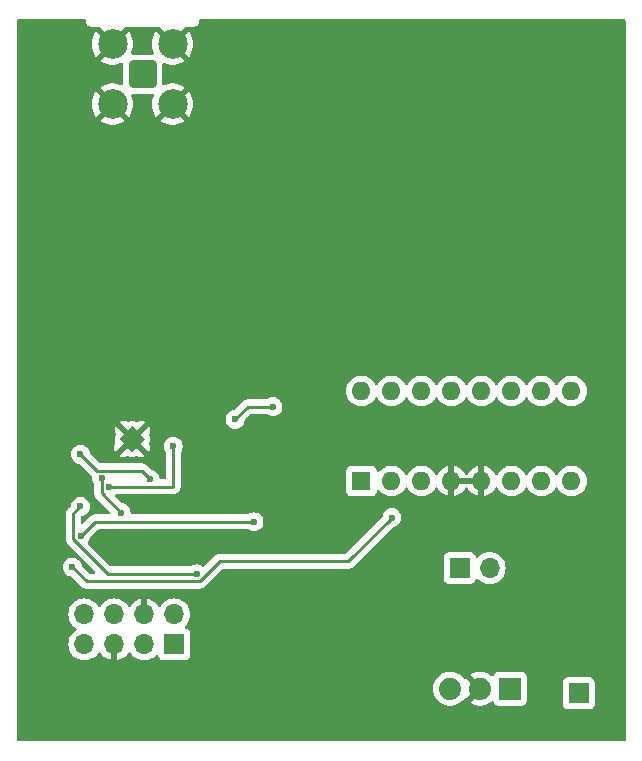
<source format=gbr>
%TF.GenerationSoftware,KiCad,Pcbnew,8.0.4*%
%TF.CreationDate,2024-10-15T15:40:35-05:00*%
%TF.ProjectId,verification_unit,76657269-6669-4636-9174-696f6e5f756e,rev?*%
%TF.SameCoordinates,Original*%
%TF.FileFunction,Copper,L2,Bot*%
%TF.FilePolarity,Positive*%
%FSLAX46Y46*%
G04 Gerber Fmt 4.6, Leading zero omitted, Abs format (unit mm)*
G04 Created by KiCad (PCBNEW 8.0.4) date 2024-10-15 15:40:35*
%MOMM*%
%LPD*%
G01*
G04 APERTURE LIST*
G04 Aperture macros list*
%AMRoundRect*
0 Rectangle with rounded corners*
0 $1 Rounding radius*
0 $2 $3 $4 $5 $6 $7 $8 $9 X,Y pos of 4 corners*
0 Add a 4 corners polygon primitive as box body*
4,1,4,$2,$3,$4,$5,$6,$7,$8,$9,$2,$3,0*
0 Add four circle primitives for the rounded corners*
1,1,$1+$1,$2,$3*
1,1,$1+$1,$4,$5*
1,1,$1+$1,$6,$7*
1,1,$1+$1,$8,$9*
0 Add four rect primitives between the rounded corners*
20,1,$1+$1,$2,$3,$4,$5,0*
20,1,$1+$1,$4,$5,$6,$7,0*
20,1,$1+$1,$6,$7,$8,$9,0*
20,1,$1+$1,$8,$9,$2,$3,0*%
G04 Aperture macros list end*
%TA.AperFunction,ComponentPad*%
%ADD10R,1.700000X1.700000*%
%TD*%
%TA.AperFunction,ComponentPad*%
%ADD11O,1.700000X1.700000*%
%TD*%
%TA.AperFunction,ComponentPad*%
%ADD12C,0.508000*%
%TD*%
%TA.AperFunction,ComponentPad*%
%ADD13R,1.600000X1.600000*%
%TD*%
%TA.AperFunction,ComponentPad*%
%ADD14O,1.600000X1.600000*%
%TD*%
%TA.AperFunction,ComponentPad*%
%ADD15R,1.879600X1.879600*%
%TD*%
%TA.AperFunction,ComponentPad*%
%ADD16C,1.879600*%
%TD*%
%TA.AperFunction,ComponentPad*%
%ADD17RoundRect,0.200100X-0.949900X-0.949900X0.949900X-0.949900X0.949900X0.949900X-0.949900X0.949900X0*%
%TD*%
%TA.AperFunction,ComponentPad*%
%ADD18C,2.500000*%
%TD*%
%TA.AperFunction,ViaPad*%
%ADD19C,0.600000*%
%TD*%
%TA.AperFunction,Conductor*%
%ADD20C,0.254000*%
%TD*%
%TA.AperFunction,Conductor*%
%ADD21C,0.200000*%
%TD*%
G04 APERTURE END LIST*
D10*
%TO.P,J3,1,Pin_1*%
%TO.N,Mplus*%
X154218651Y-109586351D03*
D11*
%TO.P,J3,2,Pin_2*%
%TO.N,Mneg*%
X156758651Y-109586351D03*
%TD*%
D10*
%TO.P,J1,1,Pin_1*%
%TO.N,VDD*%
X130058651Y-116061351D03*
D11*
%TO.P,J1,2,Pin_2*%
%TO.N,SWDIO*%
X130058651Y-113521351D03*
%TO.P,J1,3,Pin_3*%
%TO.N,SWCLK*%
X127518651Y-116061351D03*
%TO.P,J1,4,Pin_4*%
%TO.N,GND*%
X127518651Y-113521351D03*
%TO.P,J1,5,Pin_5*%
X124978651Y-116061351D03*
%TO.P,J1,6,Pin_6*%
%TO.N,USART_TX*%
X124978651Y-113521351D03*
%TO.P,J1,7,Pin_7*%
%TO.N,USART_RX*%
X122438651Y-116061351D03*
%TO.P,J1,8,Pin_8*%
%TO.N,VDD*%
X122438651Y-113521351D03*
%TD*%
D12*
%TO.P,U3,21,EPAD*%
%TO.N,GND*%
X125731250Y-99450001D03*
X126461250Y-99450001D03*
X127228650Y-99450001D03*
X125761250Y-98670001D03*
X126491250Y-98670001D03*
X127258650Y-98670001D03*
X125778650Y-97880001D03*
X126508650Y-97880001D03*
X127276050Y-97880001D03*
%TD*%
D13*
%TO.P,U2,1,EN1\u002C2*%
%TO.N,VDD_5V*%
X145898651Y-102221351D03*
D14*
%TO.P,U2,2,1A*%
%TO.N,MTR_CTRL_L*%
X148438651Y-102221351D03*
%TO.P,U2,3,1Y*%
%TO.N,Mplus*%
X150978651Y-102221351D03*
%TO.P,U2,4,GND*%
%TO.N,GND*%
X153518651Y-102221351D03*
%TO.P,U2,5,GND*%
X156058651Y-102221351D03*
%TO.P,U2,6,2Y*%
%TO.N,Mneg*%
X158598651Y-102221351D03*
%TO.P,U2,7,2A*%
%TO.N,MTR_CTRL_R*%
X161138651Y-102221351D03*
%TO.P,U2,8,VCC2*%
%TO.N,unconnected-(U2-VCC2-Pad8)*%
X163678651Y-102221351D03*
%TO.P,U2,9,EN3\u002C4*%
%TO.N,unconnected-(U2-EN3\u002C4-Pad9)*%
X163678651Y-94601351D03*
%TO.P,U2,10,3A*%
%TO.N,unconnected-(U2-3A-Pad10)*%
X161138651Y-94601351D03*
%TO.P,U2,11,3Y*%
%TO.N,unconnected-(U2-3Y-Pad11)*%
X158598651Y-94601351D03*
%TO.P,U2,12,GND*%
%TO.N,unconnected-(U2-GND-Pad12)*%
X156058651Y-94601351D03*
%TO.P,U2,13,GND*%
%TO.N,unconnected-(U2-GND-Pad13)*%
X153518651Y-94601351D03*
%TO.P,U2,14,4Y*%
%TO.N,unconnected-(U2-4Y-Pad14)*%
X150978651Y-94601351D03*
%TO.P,U2,15,4A*%
%TO.N,unconnected-(U2-4A-Pad15)*%
X148438651Y-94601351D03*
%TO.P,U2,16,VCC1*%
%TO.N,VDD_5V*%
X145898651Y-94601351D03*
%TD*%
D15*
%TO.P,U4,1,IN*%
%TO.N,VDD_5V*%
X158488651Y-119813351D03*
D16*
%TO.P,U4,2,GND*%
%TO.N,GND*%
X155948651Y-119813351D03*
%TO.P,U4,3,OUT*%
%TO.N,VDD*%
X153408651Y-119813351D03*
%TD*%
D17*
%TO.P,J2,1,In*%
%TO.N,Net-(J2-In)*%
X127368651Y-67776351D03*
D18*
%TO.P,J2,2,Ext*%
%TO.N,GND*%
X124828651Y-65236351D03*
X124828651Y-70316351D03*
X129908651Y-65236351D03*
X129908651Y-70316351D03*
%TD*%
D10*
%TO.P,J4,1,Pin_1*%
%TO.N,VDD_5V*%
X164298651Y-120203351D03*
%TD*%
D19*
%TO.N,VDD*%
X135200000Y-97010000D03*
X138410000Y-95930000D03*
%TO.N,GND*%
X124910000Y-84260000D03*
X121890000Y-70270000D03*
X118590000Y-100180000D03*
X139450000Y-103920000D03*
X132870000Y-65230000D03*
X141960000Y-101050000D03*
X138840000Y-101730000D03*
X132876351Y-70316351D03*
X124900000Y-77760000D03*
X134110000Y-92650000D03*
X132310000Y-99630000D03*
X138530000Y-113530000D03*
X130960000Y-106920000D03*
X130500000Y-88990000D03*
X143540000Y-110270000D03*
X134968649Y-101651351D03*
X123100000Y-94480000D03*
X133800000Y-115060000D03*
X121890000Y-65330000D03*
X136640000Y-97010000D03*
X129430000Y-77760000D03*
X138190000Y-92670000D03*
X129420000Y-84270000D03*
X143510000Y-107530000D03*
X123490000Y-97200000D03*
X119140000Y-96080000D03*
%TO.N,Net-(U1-PA5)*%
X122110000Y-104380000D03*
X131940000Y-110090000D03*
%TO.N,Net-(U1-PA9{slash}PA11)*%
X136800000Y-105680000D03*
X122130000Y-106910000D03*
%TO.N,MTR_CTRL_L*%
X121420000Y-109510000D03*
X148480000Y-105320000D03*
%TO.N,SPI_MOSI*%
X122110000Y-99970000D03*
X128000000Y-102073000D03*
%TO.N,SPI_NSS*%
X129960000Y-99297001D03*
X124540000Y-102700000D03*
%TO.N,SPI_SCLK*%
X123910000Y-101980000D03*
X125550000Y-104900000D03*
%TD*%
D20*
%TO.N,VDD*%
X135200000Y-97010000D02*
X136280000Y-95930000D01*
X136280000Y-95930000D02*
X138410000Y-95930000D01*
D21*
%TO.N,GND*%
X124900000Y-84250000D02*
X124910000Y-84260000D01*
X121983649Y-65236351D02*
X121890000Y-65330000D01*
X121936351Y-70316351D02*
X121890000Y-70270000D01*
X132880000Y-70320000D02*
X132876351Y-70316351D01*
X132863649Y-65236351D02*
X132870000Y-65230000D01*
D20*
%TO.N,Net-(U1-PA5)*%
X124423288Y-110090000D02*
X121503000Y-107169712D01*
X131940000Y-110090000D02*
X124423288Y-110090000D01*
X121503000Y-104987000D02*
X122110000Y-104380000D01*
X121503000Y-107169712D02*
X121503000Y-104987000D01*
%TO.N,Net-(U1-PA9{slash}PA11)*%
X123360000Y-105680000D02*
X122130000Y-106910000D01*
X136800000Y-105680000D02*
X123360000Y-105680000D01*
%TO.N,MTR_CTRL_L*%
X122627000Y-110717000D02*
X121420000Y-109510000D01*
X144787670Y-109012330D02*
X133904382Y-109012330D01*
X133904382Y-109012330D02*
X132199712Y-110717000D01*
X148480000Y-105320000D02*
X144787670Y-109012330D01*
X132199712Y-110717000D02*
X122627000Y-110717000D01*
%TO.N,SPI_MOSI*%
X123493000Y-101353000D02*
X122110000Y-99970000D01*
X127280000Y-101353000D02*
X123493000Y-101353000D01*
X128000000Y-102073000D02*
X127280000Y-101353000D01*
%TO.N,SPI_NSS*%
X124540000Y-102700000D02*
X129960000Y-102700000D01*
X129960000Y-102700000D02*
X129960000Y-99297001D01*
%TO.N,SPI_SCLK*%
X123913000Y-103263000D02*
X123913000Y-101983000D01*
X123913000Y-101983000D02*
X123910000Y-101980000D01*
X125550000Y-104900000D02*
X123913000Y-103263000D01*
%TD*%
%TA.AperFunction,Conductor*%
%TO.N,GND*%
G36*
X155738571Y-101975745D02*
G01*
X155685910Y-102066957D01*
X155658651Y-102168690D01*
X155658651Y-102274012D01*
X155685910Y-102375745D01*
X155738571Y-102466957D01*
X155742965Y-102471351D01*
X153834337Y-102471351D01*
X153838731Y-102466957D01*
X153891392Y-102375745D01*
X153918651Y-102274012D01*
X153918651Y-102168690D01*
X153891392Y-102066957D01*
X153838731Y-101975745D01*
X153834337Y-101971351D01*
X155742965Y-101971351D01*
X155738571Y-101975745D01*
G37*
%TD.AperFunction*%
%TA.AperFunction,Conductor*%
G36*
X122511190Y-63150185D02*
G01*
X122556945Y-63202989D01*
X122568151Y-63254500D01*
X122568151Y-63342242D01*
X122602259Y-63469538D01*
X122635205Y-63526601D01*
X122668151Y-63583665D01*
X122761337Y-63676851D01*
X122875465Y-63742743D01*
X123002759Y-63776851D01*
X123002761Y-63776851D01*
X123671342Y-63776851D01*
X123738381Y-63796536D01*
X123759023Y-63813170D01*
X124428089Y-64482236D01*
X124426025Y-64483091D01*
X124286807Y-64576113D01*
X124168413Y-64694507D01*
X124075391Y-64833725D01*
X124074536Y-64835788D01*
X123426525Y-64187778D01*
X123378679Y-64247776D01*
X123247534Y-64474924D01*
X123151709Y-64719080D01*
X123093344Y-64974800D01*
X123093343Y-64974805D01*
X123073744Y-65236346D01*
X123073744Y-65236355D01*
X123093343Y-65497896D01*
X123093344Y-65497901D01*
X123151709Y-65753621D01*
X123247534Y-65997777D01*
X123247533Y-65997777D01*
X123378678Y-66224924D01*
X123426525Y-66284922D01*
X124074535Y-65636912D01*
X124075391Y-65638977D01*
X124168413Y-65778195D01*
X124286807Y-65896589D01*
X124426025Y-65989611D01*
X124428088Y-65990465D01*
X123779481Y-66639071D01*
X123951197Y-66756144D01*
X123951201Y-66756146D01*
X124187505Y-66869945D01*
X124187509Y-66869946D01*
X124438145Y-66947258D01*
X124438151Y-66947260D01*
X124697499Y-66986350D01*
X124697508Y-66986351D01*
X124959794Y-66986351D01*
X124959802Y-66986350D01*
X125219150Y-66947260D01*
X125219156Y-66947258D01*
X125469791Y-66869947D01*
X125540349Y-66835968D01*
X125609290Y-66824616D01*
X125673425Y-66852338D01*
X125712391Y-66910333D01*
X125718151Y-66947688D01*
X125718151Y-68605013D01*
X125698466Y-68672052D01*
X125645662Y-68717807D01*
X125576504Y-68727751D01*
X125540350Y-68716733D01*
X125469793Y-68682755D01*
X125469795Y-68682755D01*
X125219156Y-68605443D01*
X125219150Y-68605441D01*
X124959802Y-68566351D01*
X124697499Y-68566351D01*
X124438151Y-68605441D01*
X124438145Y-68605443D01*
X124187509Y-68682755D01*
X124187505Y-68682756D01*
X123951198Y-68796556D01*
X123951190Y-68796561D01*
X123779481Y-68913628D01*
X124428089Y-69562236D01*
X124426025Y-69563091D01*
X124286807Y-69656113D01*
X124168413Y-69774507D01*
X124075391Y-69913725D01*
X124074536Y-69915788D01*
X123426525Y-69267778D01*
X123378679Y-69327776D01*
X123247534Y-69554924D01*
X123151709Y-69799080D01*
X123093344Y-70054800D01*
X123093343Y-70054805D01*
X123073744Y-70316346D01*
X123073744Y-70316355D01*
X123093343Y-70577896D01*
X123093344Y-70577901D01*
X123151709Y-70833621D01*
X123247534Y-71077777D01*
X123247533Y-71077777D01*
X123378678Y-71304924D01*
X123426525Y-71364922D01*
X124074535Y-70716912D01*
X124075391Y-70718977D01*
X124168413Y-70858195D01*
X124286807Y-70976589D01*
X124426025Y-71069611D01*
X124428088Y-71070465D01*
X123779481Y-71719071D01*
X123951197Y-71836144D01*
X123951201Y-71836146D01*
X124187505Y-71949945D01*
X124187509Y-71949946D01*
X124438145Y-72027258D01*
X124438151Y-72027260D01*
X124697499Y-72066350D01*
X124697508Y-72066351D01*
X124959794Y-72066351D01*
X124959802Y-72066350D01*
X125219150Y-72027260D01*
X125219156Y-72027258D01*
X125469794Y-71949946D01*
X125706096Y-71836149D01*
X125706098Y-71836148D01*
X125877819Y-71719071D01*
X125229213Y-71070465D01*
X125231277Y-71069611D01*
X125370495Y-70976589D01*
X125488889Y-70858195D01*
X125581911Y-70718977D01*
X125582765Y-70716912D01*
X126230776Y-71364923D01*
X126278622Y-71304924D01*
X126409767Y-71077777D01*
X126505592Y-70833621D01*
X126563957Y-70577901D01*
X126563958Y-70577896D01*
X126583558Y-70316355D01*
X126583558Y-70316346D01*
X126563958Y-70054805D01*
X126563957Y-70054800D01*
X126505592Y-69799080D01*
X126425949Y-69596153D01*
X126419780Y-69526556D01*
X126452218Y-69464673D01*
X126512963Y-69430150D01*
X126541377Y-69426851D01*
X128195925Y-69426851D01*
X128262964Y-69446536D01*
X128308719Y-69499340D01*
X128318663Y-69568498D01*
X128311353Y-69596153D01*
X128231709Y-69799080D01*
X128173344Y-70054800D01*
X128173343Y-70054805D01*
X128153744Y-70316346D01*
X128153744Y-70316355D01*
X128173343Y-70577896D01*
X128173344Y-70577901D01*
X128231709Y-70833621D01*
X128327534Y-71077777D01*
X128327533Y-71077777D01*
X128458678Y-71304924D01*
X128506525Y-71364922D01*
X129154535Y-70716912D01*
X129155391Y-70718977D01*
X129248413Y-70858195D01*
X129366807Y-70976589D01*
X129506025Y-71069611D01*
X129508088Y-71070465D01*
X128859481Y-71719071D01*
X129031197Y-71836144D01*
X129031201Y-71836146D01*
X129267505Y-71949945D01*
X129267509Y-71949946D01*
X129518145Y-72027258D01*
X129518151Y-72027260D01*
X129777499Y-72066350D01*
X129777508Y-72066351D01*
X130039794Y-72066351D01*
X130039802Y-72066350D01*
X130299150Y-72027260D01*
X130299156Y-72027258D01*
X130549794Y-71949946D01*
X130786096Y-71836149D01*
X130786098Y-71836148D01*
X130957819Y-71719071D01*
X130309213Y-71070465D01*
X130311277Y-71069611D01*
X130450495Y-70976589D01*
X130568889Y-70858195D01*
X130661911Y-70718977D01*
X130662765Y-70716912D01*
X131310776Y-71364923D01*
X131358622Y-71304924D01*
X131489767Y-71077777D01*
X131585592Y-70833621D01*
X131643957Y-70577901D01*
X131643958Y-70577896D01*
X131663558Y-70316355D01*
X131663558Y-70316346D01*
X131643958Y-70054805D01*
X131643957Y-70054800D01*
X131585592Y-69799080D01*
X131489767Y-69554924D01*
X131489768Y-69554924D01*
X131358623Y-69327777D01*
X131310775Y-69267778D01*
X130662765Y-69915788D01*
X130661911Y-69913725D01*
X130568889Y-69774507D01*
X130450495Y-69656113D01*
X130311277Y-69563091D01*
X130309212Y-69562235D01*
X130957819Y-68913629D01*
X130786105Y-68796557D01*
X130786096Y-68796552D01*
X130549793Y-68682755D01*
X130549795Y-68682755D01*
X130299156Y-68605443D01*
X130299150Y-68605441D01*
X130039802Y-68566351D01*
X129777499Y-68566351D01*
X129518151Y-68605441D01*
X129518145Y-68605443D01*
X129267509Y-68682755D01*
X129267505Y-68682756D01*
X129196953Y-68716733D01*
X129128011Y-68728085D01*
X129063877Y-68700363D01*
X129024911Y-68642368D01*
X129019151Y-68605013D01*
X129019151Y-66947689D01*
X129038836Y-66880650D01*
X129091640Y-66834895D01*
X129160798Y-66824951D01*
X129196953Y-66835969D01*
X129267505Y-66869945D01*
X129267509Y-66869946D01*
X129518145Y-66947258D01*
X129518151Y-66947260D01*
X129777499Y-66986350D01*
X129777508Y-66986351D01*
X130039794Y-66986351D01*
X130039802Y-66986350D01*
X130299150Y-66947260D01*
X130299156Y-66947258D01*
X130549794Y-66869946D01*
X130786096Y-66756149D01*
X130786098Y-66756148D01*
X130957819Y-66639071D01*
X130309213Y-65990465D01*
X130311277Y-65989611D01*
X130450495Y-65896589D01*
X130568889Y-65778195D01*
X130661911Y-65638977D01*
X130662765Y-65636912D01*
X131310776Y-66284923D01*
X131358622Y-66224924D01*
X131489767Y-65997777D01*
X131585592Y-65753621D01*
X131643957Y-65497901D01*
X131643958Y-65497896D01*
X131663558Y-65236355D01*
X131663558Y-65236346D01*
X131643958Y-64974805D01*
X131643957Y-64974800D01*
X131585592Y-64719080D01*
X131489767Y-64474924D01*
X131489768Y-64474924D01*
X131358623Y-64247777D01*
X131310775Y-64187778D01*
X130662765Y-64835788D01*
X130661911Y-64833725D01*
X130568889Y-64694507D01*
X130450495Y-64576113D01*
X130311277Y-64483091D01*
X130309213Y-64482236D01*
X130978278Y-63813170D01*
X131039601Y-63779685D01*
X131065959Y-63776851D01*
X131734541Y-63776851D01*
X131734543Y-63776851D01*
X131861837Y-63742743D01*
X131975965Y-63676851D01*
X132069151Y-63583665D01*
X132135043Y-63469537D01*
X132169151Y-63342243D01*
X132169151Y-63254500D01*
X132188836Y-63187461D01*
X132241640Y-63141706D01*
X132293151Y-63130500D01*
X168135500Y-63130500D01*
X168202539Y-63150185D01*
X168248294Y-63202989D01*
X168259500Y-63254500D01*
X168259500Y-124145500D01*
X168239815Y-124212539D01*
X168187011Y-124258294D01*
X168135500Y-124269500D01*
X116844500Y-124269500D01*
X116777461Y-124249815D01*
X116731706Y-124197011D01*
X116720500Y-124145500D01*
X116720500Y-119813345D01*
X151963415Y-119813345D01*
X151963415Y-119813356D01*
X151983124Y-120051220D01*
X151983126Y-120051232D01*
X152041721Y-120282618D01*
X152136702Y-120499151D01*
X152137604Y-120501207D01*
X152268157Y-120701033D01*
X152429819Y-120876646D01*
X152618182Y-121023254D01*
X152828106Y-121136860D01*
X153053867Y-121214363D01*
X153289304Y-121253651D01*
X153289305Y-121253651D01*
X153527997Y-121253651D01*
X153527998Y-121253651D01*
X153763435Y-121214363D01*
X153989196Y-121136860D01*
X154199120Y-121023254D01*
X154387483Y-120876646D01*
X154549145Y-120701033D01*
X154575140Y-120661243D01*
X154628284Y-120615889D01*
X154697515Y-120606464D01*
X154760851Y-120635964D01*
X154763670Y-120639218D01*
X154768706Y-120639740D01*
X155320208Y-120088238D01*
X155340903Y-120138199D01*
X155415956Y-120250523D01*
X155511479Y-120346046D01*
X155623803Y-120421099D01*
X155673761Y-120441792D01*
X155121491Y-120994063D01*
X155121491Y-120994064D01*
X155158453Y-121022833D01*
X155158458Y-121022836D01*
X155368301Y-121136397D01*
X155368311Y-121136402D01*
X155593986Y-121213876D01*
X155829347Y-121253151D01*
X156067955Y-121253151D01*
X156303315Y-121213876D01*
X156528990Y-121136402D01*
X156529000Y-121136397D01*
X156738840Y-121022838D01*
X156738843Y-121022836D01*
X156897258Y-120899536D01*
X156962252Y-120873893D01*
X157030792Y-120887459D01*
X157081117Y-120935927D01*
X157089602Y-120954055D01*
X157105051Y-120995474D01*
X157105057Y-120995486D01*
X157191303Y-121110695D01*
X157191306Y-121110698D01*
X157306515Y-121196944D01*
X157306522Y-121196948D01*
X157441368Y-121247242D01*
X157441367Y-121247242D01*
X157448295Y-121247986D01*
X157500978Y-121253651D01*
X159476323Y-121253650D01*
X159535934Y-121247242D01*
X159670782Y-121196947D01*
X159785997Y-121110697D01*
X159872247Y-120995482D01*
X159922542Y-120860634D01*
X159928951Y-120801024D01*
X159928950Y-119305486D01*
X162948151Y-119305486D01*
X162948151Y-121101221D01*
X162948152Y-121101227D01*
X162954559Y-121160834D01*
X163004853Y-121295679D01*
X163004857Y-121295686D01*
X163091103Y-121410895D01*
X163091106Y-121410898D01*
X163206315Y-121497144D01*
X163206322Y-121497148D01*
X163341168Y-121547442D01*
X163341167Y-121547442D01*
X163348095Y-121548186D01*
X163400778Y-121553851D01*
X165196523Y-121553850D01*
X165256134Y-121547442D01*
X165390982Y-121497147D01*
X165506197Y-121410897D01*
X165592447Y-121295682D01*
X165642742Y-121160834D01*
X165649151Y-121101224D01*
X165649150Y-119305479D01*
X165642742Y-119245868D01*
X165608442Y-119153906D01*
X165592448Y-119111022D01*
X165592444Y-119111015D01*
X165506198Y-118995806D01*
X165506195Y-118995803D01*
X165390986Y-118909557D01*
X165390979Y-118909553D01*
X165256133Y-118859259D01*
X165256134Y-118859259D01*
X165196534Y-118852852D01*
X165196532Y-118852851D01*
X165196524Y-118852851D01*
X165196515Y-118852851D01*
X163400780Y-118852851D01*
X163400774Y-118852852D01*
X163341167Y-118859259D01*
X163206322Y-118909553D01*
X163206315Y-118909557D01*
X163091106Y-118995803D01*
X163091103Y-118995806D01*
X163004857Y-119111015D01*
X163004853Y-119111022D01*
X162954559Y-119245868D01*
X162948152Y-119305467D01*
X162948152Y-119305474D01*
X162948151Y-119305486D01*
X159928950Y-119305486D01*
X159928950Y-118825679D01*
X159922542Y-118766068D01*
X159917666Y-118752996D01*
X159872248Y-118631222D01*
X159872244Y-118631215D01*
X159785998Y-118516006D01*
X159785995Y-118516003D01*
X159670786Y-118429757D01*
X159670779Y-118429753D01*
X159535933Y-118379459D01*
X159535934Y-118379459D01*
X159476334Y-118373052D01*
X159476332Y-118373051D01*
X159476324Y-118373051D01*
X159476315Y-118373051D01*
X157500980Y-118373051D01*
X157500974Y-118373052D01*
X157441367Y-118379459D01*
X157306522Y-118429753D01*
X157306515Y-118429757D01*
X157191306Y-118516003D01*
X157191303Y-118516006D01*
X157105057Y-118631215D01*
X157105052Y-118631225D01*
X157089602Y-118672647D01*
X157047730Y-118728580D01*
X156982265Y-118752996D01*
X156913993Y-118738143D01*
X156897259Y-118727165D01*
X156738849Y-118603869D01*
X156738840Y-118603863D01*
X156529000Y-118490304D01*
X156528990Y-118490299D01*
X156303315Y-118412825D01*
X156067955Y-118373551D01*
X155829347Y-118373551D01*
X155593986Y-118412825D01*
X155368311Y-118490299D01*
X155368306Y-118490301D01*
X155158455Y-118603867D01*
X155121490Y-118632637D01*
X155673762Y-119184909D01*
X155623803Y-119205603D01*
X155511479Y-119280656D01*
X155415956Y-119376179D01*
X155340903Y-119488503D01*
X155320209Y-119538462D01*
X154768707Y-118986960D01*
X154756015Y-118988276D01*
X154729609Y-119010813D01*
X154660378Y-119020236D01*
X154597043Y-118990733D01*
X154575139Y-118965456D01*
X154549144Y-118925668D01*
X154534309Y-118909553D01*
X154387483Y-118750056D01*
X154199120Y-118603448D01*
X154102803Y-118551323D01*
X153989197Y-118489842D01*
X153989192Y-118489840D01*
X153763437Y-118412339D01*
X153606477Y-118386147D01*
X153527998Y-118373051D01*
X153289304Y-118373051D01*
X153230444Y-118382873D01*
X153053864Y-118412339D01*
X152828109Y-118489840D01*
X152828104Y-118489842D01*
X152618180Y-118603449D01*
X152429820Y-118750055D01*
X152268157Y-118925668D01*
X152137602Y-119125498D01*
X152041721Y-119344083D01*
X151983126Y-119575469D01*
X151983124Y-119575481D01*
X151963415Y-119813345D01*
X116720500Y-119813345D01*
X116720500Y-113521350D01*
X121082992Y-113521350D01*
X121082992Y-113521351D01*
X121103587Y-113756754D01*
X121103589Y-113756764D01*
X121164745Y-113985006D01*
X121164747Y-113985010D01*
X121164748Y-113985014D01*
X121244452Y-114155939D01*
X121264616Y-114199181D01*
X121264618Y-114199185D01*
X121372932Y-114353872D01*
X121400155Y-114392751D01*
X121400157Y-114392753D01*
X121567248Y-114559844D01*
X121567254Y-114559849D01*
X121752809Y-114689776D01*
X121796434Y-114744353D01*
X121803628Y-114813851D01*
X121772105Y-114876206D01*
X121752809Y-114892926D01*
X121567248Y-115022856D01*
X121400156Y-115189948D01*
X121264616Y-115383520D01*
X121264615Y-115383522D01*
X121164749Y-115597686D01*
X121164745Y-115597695D01*
X121103589Y-115825937D01*
X121103587Y-115825947D01*
X121082992Y-116061350D01*
X121082992Y-116061351D01*
X121103587Y-116296754D01*
X121103589Y-116296764D01*
X121164745Y-116525006D01*
X121164747Y-116525010D01*
X121164748Y-116525014D01*
X121244452Y-116695939D01*
X121264616Y-116739181D01*
X121264618Y-116739185D01*
X121372932Y-116893872D01*
X121400156Y-116932752D01*
X121567250Y-117099846D01*
X121664035Y-117167616D01*
X121760816Y-117235383D01*
X121760818Y-117235384D01*
X121760821Y-117235386D01*
X121974988Y-117335254D01*
X122203243Y-117396414D01*
X122379685Y-117411851D01*
X122438650Y-117417010D01*
X122438651Y-117417010D01*
X122438652Y-117417010D01*
X122497617Y-117411851D01*
X122674059Y-117396414D01*
X122902314Y-117335254D01*
X123116481Y-117235386D01*
X123310052Y-117099846D01*
X123477146Y-116932752D01*
X123607381Y-116746756D01*
X123661958Y-116703132D01*
X123731456Y-116695938D01*
X123793811Y-116727461D01*
X123810530Y-116746756D01*
X123940541Y-116932429D01*
X124107568Y-117099456D01*
X124301072Y-117234951D01*
X124515158Y-117334780D01*
X124515167Y-117334784D01*
X124728651Y-117391985D01*
X124728651Y-116494363D01*
X124785658Y-116527276D01*
X124912825Y-116561351D01*
X125044477Y-116561351D01*
X125171644Y-116527276D01*
X125228651Y-116494363D01*
X125228651Y-117391984D01*
X125442134Y-117334784D01*
X125442143Y-117334780D01*
X125656229Y-117234951D01*
X125849733Y-117099456D01*
X126016756Y-116932433D01*
X126146770Y-116746756D01*
X126201347Y-116703132D01*
X126270846Y-116695939D01*
X126333200Y-116727461D01*
X126349920Y-116746756D01*
X126480156Y-116932752D01*
X126647250Y-117099846D01*
X126744035Y-117167616D01*
X126840816Y-117235383D01*
X126840818Y-117235384D01*
X126840821Y-117235386D01*
X127054988Y-117335254D01*
X127283243Y-117396414D01*
X127459685Y-117411851D01*
X127518650Y-117417010D01*
X127518651Y-117417010D01*
X127518652Y-117417010D01*
X127577617Y-117411851D01*
X127754059Y-117396414D01*
X127982314Y-117335254D01*
X128196481Y-117235386D01*
X128390052Y-117099846D01*
X128511980Y-116977917D01*
X128573299Y-116944435D01*
X128642991Y-116949419D01*
X128698925Y-116991290D01*
X128715840Y-117022268D01*
X128764853Y-117153679D01*
X128764857Y-117153686D01*
X128851103Y-117268895D01*
X128851106Y-117268898D01*
X128966315Y-117355144D01*
X128966322Y-117355148D01*
X129101168Y-117405442D01*
X129101167Y-117405442D01*
X129108095Y-117406186D01*
X129160778Y-117411851D01*
X130956523Y-117411850D01*
X131016134Y-117405442D01*
X131150982Y-117355147D01*
X131266197Y-117268897D01*
X131352447Y-117153682D01*
X131402742Y-117018834D01*
X131409151Y-116959224D01*
X131409150Y-115163479D01*
X131402742Y-115103868D01*
X131401461Y-115100434D01*
X131352448Y-114969022D01*
X131352444Y-114969015D01*
X131266198Y-114853806D01*
X131266195Y-114853803D01*
X131150986Y-114767557D01*
X131150979Y-114767553D01*
X131019568Y-114718540D01*
X130963634Y-114676669D01*
X130939217Y-114611204D01*
X130954069Y-114542931D01*
X130975214Y-114514683D01*
X131097146Y-114392752D01*
X131232686Y-114199181D01*
X131332554Y-113985014D01*
X131393714Y-113756759D01*
X131414310Y-113521351D01*
X131393714Y-113285943D01*
X131332554Y-113057688D01*
X131232686Y-112843522D01*
X131227382Y-112835946D01*
X131097145Y-112649948D01*
X130930053Y-112482857D01*
X130930046Y-112482852D01*
X130736485Y-112347318D01*
X130736481Y-112347316D01*
X130736479Y-112347315D01*
X130522314Y-112247448D01*
X130522310Y-112247447D01*
X130522306Y-112247445D01*
X130294064Y-112186289D01*
X130294054Y-112186287D01*
X130058652Y-112165692D01*
X130058650Y-112165692D01*
X129823247Y-112186287D01*
X129823237Y-112186289D01*
X129594995Y-112247445D01*
X129594986Y-112247449D01*
X129380822Y-112347315D01*
X129380820Y-112347316D01*
X129187248Y-112482856D01*
X129020159Y-112649945D01*
X128889920Y-112835946D01*
X128835343Y-112879570D01*
X128765844Y-112886763D01*
X128703490Y-112855241D01*
X128686770Y-112835945D01*
X128556764Y-112650277D01*
X128556759Y-112650271D01*
X128389733Y-112483245D01*
X128196229Y-112347750D01*
X127982143Y-112247921D01*
X127982137Y-112247918D01*
X127768651Y-112190715D01*
X127768651Y-113088339D01*
X127711644Y-113055426D01*
X127584477Y-113021351D01*
X127452825Y-113021351D01*
X127325658Y-113055426D01*
X127268651Y-113088339D01*
X127268651Y-112190715D01*
X127268650Y-112190715D01*
X127055164Y-112247918D01*
X127055158Y-112247921D01*
X126841073Y-112347750D01*
X126841071Y-112347751D01*
X126647577Y-112483237D01*
X126647571Y-112483242D01*
X126480542Y-112650271D01*
X126480541Y-112650273D01*
X126350531Y-112835946D01*
X126295954Y-112879570D01*
X126226455Y-112886763D01*
X126164101Y-112855241D01*
X126147381Y-112835945D01*
X126017145Y-112649948D01*
X125850053Y-112482857D01*
X125850046Y-112482852D01*
X125656485Y-112347318D01*
X125656481Y-112347316D01*
X125656479Y-112347315D01*
X125442314Y-112247448D01*
X125442310Y-112247447D01*
X125442306Y-112247445D01*
X125214064Y-112186289D01*
X125214054Y-112186287D01*
X124978652Y-112165692D01*
X124978650Y-112165692D01*
X124743247Y-112186287D01*
X124743237Y-112186289D01*
X124514995Y-112247445D01*
X124514986Y-112247449D01*
X124300822Y-112347315D01*
X124300820Y-112347316D01*
X124107248Y-112482856D01*
X123940156Y-112649948D01*
X123810226Y-112835509D01*
X123755649Y-112879134D01*
X123686151Y-112886328D01*
X123623796Y-112854805D01*
X123607076Y-112835509D01*
X123477145Y-112649948D01*
X123310053Y-112482857D01*
X123310046Y-112482852D01*
X123116485Y-112347318D01*
X123116481Y-112347316D01*
X123116479Y-112347315D01*
X122902314Y-112247448D01*
X122902310Y-112247447D01*
X122902306Y-112247445D01*
X122674064Y-112186289D01*
X122674054Y-112186287D01*
X122438652Y-112165692D01*
X122438650Y-112165692D01*
X122203247Y-112186287D01*
X122203237Y-112186289D01*
X121974995Y-112247445D01*
X121974986Y-112247449D01*
X121760822Y-112347315D01*
X121760820Y-112347316D01*
X121567248Y-112482856D01*
X121400156Y-112649948D01*
X121264616Y-112843520D01*
X121264615Y-112843522D01*
X121164749Y-113057686D01*
X121164745Y-113057695D01*
X121103589Y-113285937D01*
X121103587Y-113285947D01*
X121082992Y-113521350D01*
X116720500Y-113521350D01*
X116720500Y-109509996D01*
X120614435Y-109509996D01*
X120614435Y-109510003D01*
X120634630Y-109689249D01*
X120634631Y-109689254D01*
X120694211Y-109859523D01*
X120788030Y-110008834D01*
X120790184Y-110012262D01*
X120917738Y-110139816D01*
X121070478Y-110235789D01*
X121240745Y-110295368D01*
X121284635Y-110300313D01*
X121349048Y-110327378D01*
X121358433Y-110335852D01*
X122139589Y-111117008D01*
X122226992Y-111204411D01*
X122226994Y-111204413D01*
X122226996Y-111204414D01*
X122329756Y-111273076D01*
X122329758Y-111273077D01*
X122329767Y-111273083D01*
X122354772Y-111283440D01*
X122377071Y-111292677D01*
X122419254Y-111310149D01*
X122443966Y-111320386D01*
X122565192Y-111344499D01*
X122565196Y-111344500D01*
X122565197Y-111344500D01*
X132261516Y-111344500D01*
X132261517Y-111344499D01*
X132382747Y-111320386D01*
X132463496Y-111286937D01*
X132496945Y-111273083D01*
X132599720Y-111204411D01*
X132687123Y-111117008D01*
X134127982Y-109676149D01*
X134189305Y-109642664D01*
X134215663Y-109639830D01*
X144849474Y-109639830D01*
X144849475Y-109639829D01*
X144970705Y-109615716D01*
X145051454Y-109582267D01*
X145084903Y-109568413D01*
X145187678Y-109499741D01*
X145275081Y-109412338D01*
X145998933Y-108688486D01*
X152868151Y-108688486D01*
X152868151Y-110484221D01*
X152868152Y-110484227D01*
X152874559Y-110543834D01*
X152924853Y-110678679D01*
X152924857Y-110678686D01*
X153011103Y-110793895D01*
X153011106Y-110793898D01*
X153126315Y-110880144D01*
X153126322Y-110880148D01*
X153261168Y-110930442D01*
X153261167Y-110930442D01*
X153268095Y-110931186D01*
X153320778Y-110936851D01*
X155116523Y-110936850D01*
X155176134Y-110930442D01*
X155310982Y-110880147D01*
X155426197Y-110793897D01*
X155512447Y-110678682D01*
X155561461Y-110547267D01*
X155603332Y-110491335D01*
X155668796Y-110466917D01*
X155737069Y-110481768D01*
X155765324Y-110502920D01*
X155887250Y-110624846D01*
X155984035Y-110692616D01*
X156080816Y-110760383D01*
X156080818Y-110760384D01*
X156080821Y-110760386D01*
X156294988Y-110860254D01*
X156523243Y-110921414D01*
X156699685Y-110936851D01*
X156758650Y-110942010D01*
X156758651Y-110942010D01*
X156758652Y-110942010D01*
X156817617Y-110936851D01*
X156994059Y-110921414D01*
X157222314Y-110860254D01*
X157436481Y-110760386D01*
X157630052Y-110624846D01*
X157797146Y-110457752D01*
X157932686Y-110264181D01*
X158032554Y-110050014D01*
X158093714Y-109821759D01*
X158114310Y-109586351D01*
X158093714Y-109350943D01*
X158032554Y-109122688D01*
X157932686Y-108908522D01*
X157803926Y-108724632D01*
X157797145Y-108714948D01*
X157630053Y-108547857D01*
X157630046Y-108547852D01*
X157436485Y-108412318D01*
X157436481Y-108412316D01*
X157377537Y-108384830D01*
X157222314Y-108312448D01*
X157222310Y-108312447D01*
X157222306Y-108312445D01*
X156994064Y-108251289D01*
X156994054Y-108251287D01*
X156758652Y-108230692D01*
X156758650Y-108230692D01*
X156523247Y-108251287D01*
X156523237Y-108251289D01*
X156294995Y-108312445D01*
X156294986Y-108312449D01*
X156080822Y-108412315D01*
X156080820Y-108412316D01*
X155887251Y-108547854D01*
X155765324Y-108669781D01*
X155704001Y-108703265D01*
X155634309Y-108698281D01*
X155578376Y-108656409D01*
X155561461Y-108625432D01*
X155512448Y-108494022D01*
X155512444Y-108494015D01*
X155426198Y-108378806D01*
X155426195Y-108378803D01*
X155310986Y-108292557D01*
X155310979Y-108292553D01*
X155176133Y-108242259D01*
X155176134Y-108242259D01*
X155116534Y-108235852D01*
X155116532Y-108235851D01*
X155116524Y-108235851D01*
X155116515Y-108235851D01*
X153320780Y-108235851D01*
X153320774Y-108235852D01*
X153261167Y-108242259D01*
X153126322Y-108292553D01*
X153126315Y-108292557D01*
X153011106Y-108378803D01*
X153011103Y-108378806D01*
X152924857Y-108494015D01*
X152924853Y-108494022D01*
X152874559Y-108628868D01*
X152868152Y-108688467D01*
X152868151Y-108688486D01*
X145998933Y-108688486D01*
X148541567Y-106145850D01*
X148602888Y-106112367D01*
X148615345Y-106110315D01*
X148659255Y-106105368D01*
X148829522Y-106045789D01*
X148982262Y-105949816D01*
X149109816Y-105822262D01*
X149205789Y-105669522D01*
X149265368Y-105499255D01*
X149265369Y-105499249D01*
X149285565Y-105320003D01*
X149285565Y-105319996D01*
X149265369Y-105140750D01*
X149265368Y-105140745D01*
X149252623Y-105104323D01*
X149205789Y-104970478D01*
X149109816Y-104817738D01*
X148982262Y-104690184D01*
X148981581Y-104689756D01*
X148829523Y-104594211D01*
X148659254Y-104534631D01*
X148659249Y-104534630D01*
X148480004Y-104514435D01*
X148479996Y-104514435D01*
X148300750Y-104534630D01*
X148300745Y-104534631D01*
X148130476Y-104594211D01*
X147977737Y-104690184D01*
X147850184Y-104817737D01*
X147754210Y-104970478D01*
X147694632Y-105140745D01*
X147689686Y-105184637D01*
X147662618Y-105249051D01*
X147654147Y-105258432D01*
X144564070Y-108348511D01*
X144502747Y-108381996D01*
X144476389Y-108384830D01*
X133842576Y-108384830D01*
X133721352Y-108408943D01*
X133721342Y-108408946D01*
X133607155Y-108456243D01*
X133607142Y-108456250D01*
X133504374Y-108524918D01*
X133504370Y-108524921D01*
X132590084Y-109439207D01*
X132528761Y-109472692D01*
X132459069Y-109467708D01*
X132436431Y-109456520D01*
X132289523Y-109364211D01*
X132119254Y-109304631D01*
X132119249Y-109304630D01*
X131940004Y-109284435D01*
X131939996Y-109284435D01*
X131760750Y-109304630D01*
X131760745Y-109304631D01*
X131590476Y-109364211D01*
X131464300Y-109443494D01*
X131398328Y-109462500D01*
X124734569Y-109462500D01*
X124667530Y-109442815D01*
X124646888Y-109426181D01*
X122780792Y-107560085D01*
X122747307Y-107498762D01*
X122752291Y-107429070D01*
X122763479Y-107406432D01*
X122855788Y-107259523D01*
X122855789Y-107259522D01*
X122915368Y-107089255D01*
X122920313Y-107045361D01*
X122947378Y-106980951D01*
X122955842Y-106971575D01*
X123583600Y-106343819D01*
X123644923Y-106310334D01*
X123671281Y-106307500D01*
X136258328Y-106307500D01*
X136324299Y-106326505D01*
X136450478Y-106405789D01*
X136620745Y-106465368D01*
X136620750Y-106465369D01*
X136799996Y-106485565D01*
X136800000Y-106485565D01*
X136800004Y-106485565D01*
X136979249Y-106465369D01*
X136979252Y-106465368D01*
X136979255Y-106465368D01*
X137149522Y-106405789D01*
X137302262Y-106309816D01*
X137429816Y-106182262D01*
X137525789Y-106029522D01*
X137585368Y-105859255D01*
X137587100Y-105843884D01*
X137605565Y-105680003D01*
X137605565Y-105679996D01*
X137585369Y-105500750D01*
X137585368Y-105500745D01*
X137525788Y-105330476D01*
X137461242Y-105227752D01*
X137429816Y-105177738D01*
X137302262Y-105050184D01*
X137275700Y-105033494D01*
X137149523Y-104954211D01*
X136979254Y-104894631D01*
X136979249Y-104894630D01*
X136800004Y-104874435D01*
X136799996Y-104874435D01*
X136620750Y-104894630D01*
X136620745Y-104894631D01*
X136450476Y-104954211D01*
X136324300Y-105033494D01*
X136258328Y-105052500D01*
X126477138Y-105052500D01*
X126410099Y-105032815D01*
X126364344Y-104980011D01*
X126353918Y-104914614D01*
X126355324Y-104902142D01*
X126355565Y-104900000D01*
X126354960Y-104894632D01*
X126335369Y-104720750D01*
X126335368Y-104720745D01*
X126288567Y-104586996D01*
X126275789Y-104550478D01*
X126179816Y-104397738D01*
X126052262Y-104270184D01*
X125941751Y-104200745D01*
X125899521Y-104174210D01*
X125729249Y-104114630D01*
X125685361Y-104109685D01*
X125620947Y-104082617D01*
X125611565Y-104074146D01*
X125076600Y-103539181D01*
X125043115Y-103477858D01*
X125048099Y-103408166D01*
X125089971Y-103352233D01*
X125155435Y-103327816D01*
X125164281Y-103327500D01*
X130021805Y-103327500D01*
X130103361Y-103311276D01*
X130143035Y-103303385D01*
X130238887Y-103263682D01*
X130257226Y-103256086D01*
X130257226Y-103256085D01*
X130257233Y-103256083D01*
X130360008Y-103187411D01*
X130447411Y-103100008D01*
X130516083Y-102997233D01*
X130563385Y-102883035D01*
X130586924Y-102764699D01*
X130587500Y-102761805D01*
X130587500Y-101373486D01*
X144598151Y-101373486D01*
X144598151Y-103069221D01*
X144598152Y-103069227D01*
X144604559Y-103128834D01*
X144654853Y-103263679D01*
X144654857Y-103263686D01*
X144741103Y-103378895D01*
X144741106Y-103378898D01*
X144856315Y-103465144D01*
X144856322Y-103465148D01*
X144991168Y-103515442D01*
X144991167Y-103515442D01*
X144998095Y-103516186D01*
X145050778Y-103521851D01*
X146746523Y-103521850D01*
X146806134Y-103515442D01*
X146940982Y-103465147D01*
X147056197Y-103378897D01*
X147142447Y-103263682D01*
X147192742Y-103128834D01*
X147196513Y-103093752D01*
X147223250Y-103029206D01*
X147280641Y-102989357D01*
X147350467Y-102986862D01*
X147410556Y-103022514D01*
X147421377Y-103035887D01*
X147438607Y-103060494D01*
X147599509Y-103221396D01*
X147599512Y-103221398D01*
X147785917Y-103351919D01*
X147992155Y-103448090D01*
X148211959Y-103506986D01*
X148373881Y-103521152D01*
X148438649Y-103526819D01*
X148438651Y-103526819D01*
X148438653Y-103526819D01*
X148495458Y-103521849D01*
X148665343Y-103506986D01*
X148885147Y-103448090D01*
X149091385Y-103351919D01*
X149277790Y-103221398D01*
X149438698Y-103060490D01*
X149569219Y-102874085D01*
X149596269Y-102816075D01*
X149642441Y-102763636D01*
X149709634Y-102744484D01*
X149776516Y-102764699D01*
X149821033Y-102816076D01*
X149848080Y-102874079D01*
X149848083Y-102874085D01*
X149978605Y-103060492D01*
X150139509Y-103221396D01*
X150139512Y-103221398D01*
X150325917Y-103351919D01*
X150532155Y-103448090D01*
X150751959Y-103506986D01*
X150913881Y-103521152D01*
X150978649Y-103526819D01*
X150978651Y-103526819D01*
X150978653Y-103526819D01*
X151035458Y-103521849D01*
X151205343Y-103506986D01*
X151425147Y-103448090D01*
X151631385Y-103351919D01*
X151817790Y-103221398D01*
X151978698Y-103060490D01*
X152109219Y-102874085D01*
X152136546Y-102815480D01*
X152182715Y-102763046D01*
X152249908Y-102743893D01*
X152316790Y-102764108D01*
X152361308Y-102815484D01*
X152388516Y-102873833D01*
X152518993Y-103060171D01*
X152679830Y-103221008D01*
X152866168Y-103351485D01*
X153072324Y-103447616D01*
X153072333Y-103447620D01*
X153268650Y-103500223D01*
X153268651Y-103500222D01*
X153268651Y-102537037D01*
X153273045Y-102541431D01*
X153364257Y-102594092D01*
X153465990Y-102621351D01*
X153571312Y-102621351D01*
X153673045Y-102594092D01*
X153764257Y-102541431D01*
X153768651Y-102537037D01*
X153768651Y-103500223D01*
X153964968Y-103447620D01*
X153964977Y-103447616D01*
X154171133Y-103351485D01*
X154357471Y-103221008D01*
X154518308Y-103060171D01*
X154648785Y-102873832D01*
X154648786Y-102873830D01*
X154676269Y-102814894D01*
X154722441Y-102762454D01*
X154789634Y-102743302D01*
X154856515Y-102763517D01*
X154901033Y-102814894D01*
X154928515Y-102873830D01*
X154928516Y-102873832D01*
X155058993Y-103060171D01*
X155219830Y-103221008D01*
X155406168Y-103351485D01*
X155612324Y-103447616D01*
X155612333Y-103447620D01*
X155808650Y-103500223D01*
X155808651Y-103500222D01*
X155808651Y-102537037D01*
X155813045Y-102541431D01*
X155904257Y-102594092D01*
X156005990Y-102621351D01*
X156111312Y-102621351D01*
X156213045Y-102594092D01*
X156304257Y-102541431D01*
X156308651Y-102537037D01*
X156308651Y-103500223D01*
X156504968Y-103447620D01*
X156504977Y-103447616D01*
X156711133Y-103351485D01*
X156897471Y-103221008D01*
X157058308Y-103060171D01*
X157188783Y-102873835D01*
X157215992Y-102815485D01*
X157262164Y-102763046D01*
X157329358Y-102743893D01*
X157396239Y-102764108D01*
X157440757Y-102815484D01*
X157468082Y-102874083D01*
X157468083Y-102874085D01*
X157598605Y-103060492D01*
X157759509Y-103221396D01*
X157759512Y-103221398D01*
X157945917Y-103351919D01*
X158152155Y-103448090D01*
X158371959Y-103506986D01*
X158533881Y-103521152D01*
X158598649Y-103526819D01*
X158598651Y-103526819D01*
X158598653Y-103526819D01*
X158655458Y-103521849D01*
X158825343Y-103506986D01*
X159045147Y-103448090D01*
X159251385Y-103351919D01*
X159437790Y-103221398D01*
X159598698Y-103060490D01*
X159729219Y-102874085D01*
X159756269Y-102816075D01*
X159802441Y-102763636D01*
X159869634Y-102744484D01*
X159936516Y-102764699D01*
X159981033Y-102816076D01*
X160008080Y-102874079D01*
X160008083Y-102874085D01*
X160138605Y-103060492D01*
X160299509Y-103221396D01*
X160299512Y-103221398D01*
X160485917Y-103351919D01*
X160692155Y-103448090D01*
X160911959Y-103506986D01*
X161073881Y-103521152D01*
X161138649Y-103526819D01*
X161138651Y-103526819D01*
X161138653Y-103526819D01*
X161195458Y-103521849D01*
X161365343Y-103506986D01*
X161585147Y-103448090D01*
X161791385Y-103351919D01*
X161977790Y-103221398D01*
X162138698Y-103060490D01*
X162269219Y-102874085D01*
X162296269Y-102816075D01*
X162342441Y-102763636D01*
X162409634Y-102744484D01*
X162476516Y-102764699D01*
X162521033Y-102816076D01*
X162548080Y-102874079D01*
X162548083Y-102874085D01*
X162678605Y-103060492D01*
X162839509Y-103221396D01*
X162839512Y-103221398D01*
X163025917Y-103351919D01*
X163232155Y-103448090D01*
X163451959Y-103506986D01*
X163613881Y-103521152D01*
X163678649Y-103526819D01*
X163678651Y-103526819D01*
X163678653Y-103526819D01*
X163735458Y-103521849D01*
X163905343Y-103506986D01*
X164125147Y-103448090D01*
X164331385Y-103351919D01*
X164517790Y-103221398D01*
X164678698Y-103060490D01*
X164809219Y-102874085D01*
X164905390Y-102667847D01*
X164964286Y-102448043D01*
X164984119Y-102221351D01*
X164964286Y-101994659D01*
X164905390Y-101774855D01*
X164809219Y-101568617D01*
X164678698Y-101382212D01*
X164678696Y-101382209D01*
X164517792Y-101221305D01*
X164331385Y-101090783D01*
X164331383Y-101090782D01*
X164125148Y-100994612D01*
X164125139Y-100994609D01*
X163905348Y-100935717D01*
X163905344Y-100935716D01*
X163905343Y-100935716D01*
X163905342Y-100935715D01*
X163905337Y-100935715D01*
X163678653Y-100915883D01*
X163678649Y-100915883D01*
X163451964Y-100935715D01*
X163451953Y-100935717D01*
X163232162Y-100994609D01*
X163232153Y-100994612D01*
X163025918Y-101090782D01*
X163025916Y-101090783D01*
X162839509Y-101221305D01*
X162678605Y-101382209D01*
X162548083Y-101568616D01*
X162548082Y-101568618D01*
X162521033Y-101626626D01*
X162474860Y-101679065D01*
X162407667Y-101698217D01*
X162340786Y-101678001D01*
X162296269Y-101626626D01*
X162270208Y-101570738D01*
X162269219Y-101568617D01*
X162138698Y-101382212D01*
X162138696Y-101382209D01*
X161977792Y-101221305D01*
X161791385Y-101090783D01*
X161791383Y-101090782D01*
X161585148Y-100994612D01*
X161585139Y-100994609D01*
X161365348Y-100935717D01*
X161365344Y-100935716D01*
X161365343Y-100935716D01*
X161365342Y-100935715D01*
X161365337Y-100935715D01*
X161138653Y-100915883D01*
X161138649Y-100915883D01*
X160911964Y-100935715D01*
X160911953Y-100935717D01*
X160692162Y-100994609D01*
X160692153Y-100994612D01*
X160485918Y-101090782D01*
X160485916Y-101090783D01*
X160299509Y-101221305D01*
X160138605Y-101382209D01*
X160008083Y-101568616D01*
X160008082Y-101568618D01*
X159981033Y-101626626D01*
X159934860Y-101679065D01*
X159867667Y-101698217D01*
X159800786Y-101678001D01*
X159756269Y-101626626D01*
X159730208Y-101570738D01*
X159729219Y-101568617D01*
X159598698Y-101382212D01*
X159598696Y-101382209D01*
X159437792Y-101221305D01*
X159251385Y-101090783D01*
X159251383Y-101090782D01*
X159045148Y-100994612D01*
X159045139Y-100994609D01*
X158825348Y-100935717D01*
X158825344Y-100935716D01*
X158825343Y-100935716D01*
X158825342Y-100935715D01*
X158825337Y-100935715D01*
X158598653Y-100915883D01*
X158598649Y-100915883D01*
X158371964Y-100935715D01*
X158371953Y-100935717D01*
X158152162Y-100994609D01*
X158152153Y-100994612D01*
X157945918Y-101090782D01*
X157945916Y-101090783D01*
X157759509Y-101221305D01*
X157598605Y-101382209D01*
X157468084Y-101568615D01*
X157468083Y-101568617D01*
X157467966Y-101568869D01*
X157440757Y-101627218D01*
X157394584Y-101679657D01*
X157327390Y-101698808D01*
X157260509Y-101678592D01*
X157215993Y-101627216D01*
X157188786Y-101568871D01*
X157188785Y-101568869D01*
X157058308Y-101382530D01*
X156897471Y-101221693D01*
X156711133Y-101091216D01*
X156504979Y-100995085D01*
X156308651Y-100942478D01*
X156308651Y-101905665D01*
X156304257Y-101901271D01*
X156213045Y-101848610D01*
X156111312Y-101821351D01*
X156005990Y-101821351D01*
X155904257Y-101848610D01*
X155813045Y-101901271D01*
X155808651Y-101905665D01*
X155808651Y-100942478D01*
X155612322Y-100995085D01*
X155406168Y-101091216D01*
X155219830Y-101221693D01*
X155058993Y-101382530D01*
X154928516Y-101568868D01*
X154901033Y-101627808D01*
X154854861Y-101680247D01*
X154787667Y-101699399D01*
X154720786Y-101679183D01*
X154676269Y-101627808D01*
X154648785Y-101568868D01*
X154518308Y-101382530D01*
X154357471Y-101221693D01*
X154171133Y-101091216D01*
X153964979Y-100995085D01*
X153768651Y-100942478D01*
X153768651Y-101905665D01*
X153764257Y-101901271D01*
X153673045Y-101848610D01*
X153571312Y-101821351D01*
X153465990Y-101821351D01*
X153364257Y-101848610D01*
X153273045Y-101901271D01*
X153268651Y-101905665D01*
X153268651Y-100942478D01*
X153072322Y-100995085D01*
X152866168Y-101091216D01*
X152679830Y-101221693D01*
X152518993Y-101382530D01*
X152388518Y-101568866D01*
X152361308Y-101627218D01*
X152315135Y-101679657D01*
X152247941Y-101698808D01*
X152181060Y-101678592D01*
X152136544Y-101627216D01*
X152110207Y-101570737D01*
X152109219Y-101568617D01*
X151978698Y-101382212D01*
X151978696Y-101382209D01*
X151817792Y-101221305D01*
X151631385Y-101090783D01*
X151631383Y-101090782D01*
X151425148Y-100994612D01*
X151425139Y-100994609D01*
X151205348Y-100935717D01*
X151205344Y-100935716D01*
X151205343Y-100935716D01*
X151205342Y-100935715D01*
X151205337Y-100935715D01*
X150978653Y-100915883D01*
X150978649Y-100915883D01*
X150751964Y-100935715D01*
X150751953Y-100935717D01*
X150532162Y-100994609D01*
X150532153Y-100994612D01*
X150325918Y-101090782D01*
X150325916Y-101090783D01*
X150139509Y-101221305D01*
X149978605Y-101382209D01*
X149848083Y-101568616D01*
X149848082Y-101568618D01*
X149821033Y-101626626D01*
X149774860Y-101679065D01*
X149707667Y-101698217D01*
X149640786Y-101678001D01*
X149596269Y-101626626D01*
X149570208Y-101570738D01*
X149569219Y-101568617D01*
X149438698Y-101382212D01*
X149438696Y-101382209D01*
X149277792Y-101221305D01*
X149091385Y-101090783D01*
X149091383Y-101090782D01*
X148885148Y-100994612D01*
X148885139Y-100994609D01*
X148665348Y-100935717D01*
X148665344Y-100935716D01*
X148665343Y-100935716D01*
X148665342Y-100935715D01*
X148665337Y-100935715D01*
X148438653Y-100915883D01*
X148438649Y-100915883D01*
X148211964Y-100935715D01*
X148211953Y-100935717D01*
X147992162Y-100994609D01*
X147992153Y-100994612D01*
X147785918Y-101090782D01*
X147785916Y-101090783D01*
X147599509Y-101221305D01*
X147438605Y-101382209D01*
X147421376Y-101406815D01*
X147366798Y-101450439D01*
X147297299Y-101457631D01*
X147234945Y-101426108D01*
X147199533Y-101365877D01*
X147196512Y-101348942D01*
X147192742Y-101313867D01*
X147142448Y-101179022D01*
X147142444Y-101179015D01*
X147056198Y-101063806D01*
X147056195Y-101063803D01*
X146940986Y-100977557D01*
X146940979Y-100977553D01*
X146806133Y-100927259D01*
X146806134Y-100927259D01*
X146746534Y-100920852D01*
X146746532Y-100920851D01*
X146746524Y-100920851D01*
X146746515Y-100920851D01*
X145050780Y-100920851D01*
X145050774Y-100920852D01*
X144991167Y-100927259D01*
X144856322Y-100977553D01*
X144856315Y-100977557D01*
X144741106Y-101063803D01*
X144741103Y-101063806D01*
X144654857Y-101179015D01*
X144654853Y-101179022D01*
X144604559Y-101313868D01*
X144598152Y-101373467D01*
X144598151Y-101373486D01*
X130587500Y-101373486D01*
X130587500Y-99838672D01*
X130606507Y-99772699D01*
X130685788Y-99646525D01*
X130685789Y-99646523D01*
X130745368Y-99476256D01*
X130760457Y-99342336D01*
X130765565Y-99297004D01*
X130765565Y-99296997D01*
X130745369Y-99117751D01*
X130745368Y-99117746D01*
X130737916Y-99096449D01*
X130685789Y-98947479D01*
X130589816Y-98794739D01*
X130462262Y-98667185D01*
X130448524Y-98658553D01*
X130309523Y-98571212D01*
X130139254Y-98511632D01*
X130139249Y-98511631D01*
X129960004Y-98491436D01*
X129959996Y-98491436D01*
X129780750Y-98511631D01*
X129780745Y-98511632D01*
X129610476Y-98571212D01*
X129457737Y-98667185D01*
X129330184Y-98794738D01*
X129234211Y-98947477D01*
X129174631Y-99117746D01*
X129174630Y-99117751D01*
X129154435Y-99296997D01*
X129154435Y-99297004D01*
X129174630Y-99476250D01*
X129174631Y-99476255D01*
X129234211Y-99646525D01*
X129313493Y-99772699D01*
X129332500Y-99838672D01*
X129332500Y-101948500D01*
X129312815Y-102015539D01*
X129260011Y-102061294D01*
X129208500Y-102072500D01*
X128916322Y-102072500D01*
X128849283Y-102052815D01*
X128803528Y-102000011D01*
X128793102Y-101962383D01*
X128785369Y-101893750D01*
X128785368Y-101893748D01*
X128785368Y-101893745D01*
X128725789Y-101723478D01*
X128629816Y-101570738D01*
X128502262Y-101443184D01*
X128405221Y-101382209D01*
X128349521Y-101347210D01*
X128179249Y-101287630D01*
X128135361Y-101282685D01*
X128070948Y-101255617D01*
X128061566Y-101247146D01*
X127680011Y-100865591D01*
X127680007Y-100865588D01*
X127577239Y-100796920D01*
X127577226Y-100796913D01*
X127543785Y-100783062D01*
X127463035Y-100749614D01*
X127463027Y-100749612D01*
X127341807Y-100725500D01*
X127341803Y-100725500D01*
X123804281Y-100725500D01*
X123737242Y-100705815D01*
X123716600Y-100689181D01*
X123160717Y-100133298D01*
X125401505Y-100133298D01*
X125402029Y-100133627D01*
X125562415Y-100189749D01*
X125731246Y-100208772D01*
X125731254Y-100208772D01*
X125900084Y-100189749D01*
X126055295Y-100135439D01*
X126125074Y-100131878D01*
X126137205Y-100135439D01*
X126292415Y-100189749D01*
X126461246Y-100208772D01*
X126461254Y-100208772D01*
X126630084Y-100189749D01*
X126790475Y-100133626D01*
X126791147Y-100133303D01*
X126791624Y-100133224D01*
X126797041Y-100131329D01*
X126797372Y-100132277D01*
X126860088Y-100121949D01*
X126892781Y-100131549D01*
X126892859Y-100131329D01*
X126897181Y-100132841D01*
X126898753Y-100133303D01*
X126899424Y-100133626D01*
X127059815Y-100189749D01*
X127228646Y-100208772D01*
X127228654Y-100208772D01*
X127397486Y-100189749D01*
X127557865Y-100133630D01*
X127557871Y-100133628D01*
X127558394Y-100133299D01*
X127558394Y-100133298D01*
X126849835Y-99424739D01*
X127101650Y-99424739D01*
X127101650Y-99475263D01*
X127120985Y-99521941D01*
X127156710Y-99557666D01*
X127203388Y-99577001D01*
X127253912Y-99577001D01*
X127300590Y-99557666D01*
X127336315Y-99521941D01*
X127355650Y-99475263D01*
X127355650Y-99424739D01*
X127336315Y-99378061D01*
X127300590Y-99342336D01*
X127253912Y-99323001D01*
X127203388Y-99323001D01*
X127156710Y-99342336D01*
X127120985Y-99378061D01*
X127101650Y-99424739D01*
X126849835Y-99424739D01*
X126844950Y-99419854D01*
X126548931Y-99715873D01*
X126487608Y-99749358D01*
X126417916Y-99744374D01*
X126373569Y-99715873D01*
X126096250Y-99438554D01*
X125401505Y-100133298D01*
X123160717Y-100133298D01*
X122935852Y-99908433D01*
X122902367Y-99847110D01*
X122900314Y-99834648D01*
X122895368Y-99790745D01*
X122835789Y-99620478D01*
X122739816Y-99467738D01*
X122722075Y-99449997D01*
X124972479Y-99449997D01*
X124972479Y-99450004D01*
X124991501Y-99618837D01*
X125047621Y-99779220D01*
X125047950Y-99779745D01*
X125402957Y-99424739D01*
X125604250Y-99424739D01*
X125604250Y-99475263D01*
X125623585Y-99521941D01*
X125659310Y-99557666D01*
X125705988Y-99577001D01*
X125756512Y-99577001D01*
X125803190Y-99557666D01*
X125838915Y-99521941D01*
X125858250Y-99475263D01*
X125858250Y-99424739D01*
X126334250Y-99424739D01*
X126334250Y-99475263D01*
X126353585Y-99521941D01*
X126389310Y-99557666D01*
X126435988Y-99577001D01*
X126486512Y-99577001D01*
X126533190Y-99557666D01*
X126568915Y-99521941D01*
X126588250Y-99475263D01*
X126588250Y-99424739D01*
X126568915Y-99378061D01*
X126533190Y-99342336D01*
X126486512Y-99323001D01*
X126435988Y-99323001D01*
X126389310Y-99342336D01*
X126353585Y-99378061D01*
X126334250Y-99424739D01*
X125858250Y-99424739D01*
X125838915Y-99378061D01*
X125803190Y-99342336D01*
X125756512Y-99323001D01*
X125705988Y-99323001D01*
X125659310Y-99342336D01*
X125623585Y-99378061D01*
X125604250Y-99424739D01*
X125402957Y-99424739D01*
X125731248Y-99096449D01*
X125745933Y-99081761D01*
X125748825Y-99071911D01*
X127210290Y-99071911D01*
X127210290Y-99078088D01*
X127228650Y-99096448D01*
X127911948Y-99779745D01*
X127912277Y-99779222D01*
X127912279Y-99779216D01*
X127968398Y-99618837D01*
X127987421Y-99450004D01*
X127987421Y-99449997D01*
X127968398Y-99281165D01*
X127915410Y-99129732D01*
X127911849Y-99059954D01*
X127927459Y-99022804D01*
X127942279Y-98999217D01*
X127998398Y-98838837D01*
X128017421Y-98670004D01*
X128017421Y-98669997D01*
X127998398Y-98501164D01*
X127939979Y-98334209D01*
X127942014Y-98333496D01*
X127932342Y-98274795D01*
X127950424Y-98223949D01*
X127959678Y-98209221D01*
X128015798Y-98048837D01*
X128034821Y-97880004D01*
X128034821Y-97879997D01*
X128015798Y-97711166D01*
X127959676Y-97550780D01*
X127959347Y-97550256D01*
X127276051Y-98233552D01*
X127276050Y-98233554D01*
X127228990Y-98280612D01*
X127228990Y-98286787D01*
X127258650Y-98316447D01*
X127258650Y-98316448D01*
X127524521Y-98582319D01*
X127558006Y-98643642D01*
X127553022Y-98713334D01*
X127524521Y-98757681D01*
X127210290Y-99071911D01*
X125748825Y-99071911D01*
X125759663Y-99035000D01*
X126479803Y-99035000D01*
X126498161Y-99053359D01*
X126509608Y-99041913D01*
X126491250Y-99023554D01*
X126479803Y-99035000D01*
X125759663Y-99035000D01*
X125760909Y-99030756D01*
X125760909Y-99023212D01*
X125495378Y-98757681D01*
X125461893Y-98696358D01*
X125465585Y-98644739D01*
X125634250Y-98644739D01*
X125634250Y-98695263D01*
X125653585Y-98741941D01*
X125689310Y-98777666D01*
X125735988Y-98797001D01*
X125786512Y-98797001D01*
X125833190Y-98777666D01*
X125868915Y-98741941D01*
X125888250Y-98695263D01*
X125888250Y-98670001D01*
X126114802Y-98670001D01*
X126126249Y-98681447D01*
X126126251Y-98681447D01*
X126137696Y-98670002D01*
X126137696Y-98670000D01*
X126126250Y-98658553D01*
X126114802Y-98670001D01*
X125888250Y-98670001D01*
X125888250Y-98644739D01*
X126364250Y-98644739D01*
X126364250Y-98695263D01*
X126383585Y-98741941D01*
X126419310Y-98777666D01*
X126465988Y-98797001D01*
X126516512Y-98797001D01*
X126563190Y-98777666D01*
X126598915Y-98741941D01*
X126618250Y-98695263D01*
X126618250Y-98670000D01*
X126844803Y-98670000D01*
X126874950Y-98700147D01*
X126905096Y-98670002D01*
X126905096Y-98670001D01*
X126879835Y-98644739D01*
X127131650Y-98644739D01*
X127131650Y-98695263D01*
X127150985Y-98741941D01*
X127186710Y-98777666D01*
X127233388Y-98797001D01*
X127283912Y-98797001D01*
X127330590Y-98777666D01*
X127366315Y-98741941D01*
X127385650Y-98695263D01*
X127385650Y-98644739D01*
X127366315Y-98598061D01*
X127330590Y-98562336D01*
X127283912Y-98543001D01*
X127233388Y-98543001D01*
X127186710Y-98562336D01*
X127150985Y-98598061D01*
X127131650Y-98644739D01*
X126879835Y-98644739D01*
X126874950Y-98639854D01*
X126844803Y-98670000D01*
X126618250Y-98670000D01*
X126618250Y-98644739D01*
X126598915Y-98598061D01*
X126563190Y-98562336D01*
X126516512Y-98543001D01*
X126465988Y-98543001D01*
X126419310Y-98562336D01*
X126383585Y-98598061D01*
X126364250Y-98644739D01*
X125888250Y-98644739D01*
X125868915Y-98598061D01*
X125833190Y-98562336D01*
X125786512Y-98543001D01*
X125735988Y-98543001D01*
X125689310Y-98562336D01*
X125653585Y-98598061D01*
X125634250Y-98644739D01*
X125465585Y-98644739D01*
X125466877Y-98626666D01*
X125495378Y-98582319D01*
X125761248Y-98316449D01*
X125775933Y-98301761D01*
X125777974Y-98294810D01*
X126480289Y-98294810D01*
X126480290Y-98305488D01*
X126491249Y-98316447D01*
X126538309Y-98269387D01*
X126538309Y-98263213D01*
X126508649Y-98233553D01*
X126493966Y-98248235D01*
X126480289Y-98294810D01*
X125777974Y-98294810D01*
X125789609Y-98255184D01*
X125789609Y-98244512D01*
X125778651Y-98233555D01*
X125778650Y-98233554D01*
X125399834Y-97854739D01*
X125651650Y-97854739D01*
X125651650Y-97905263D01*
X125670985Y-97951941D01*
X125706710Y-97987666D01*
X125753388Y-98007001D01*
X125803912Y-98007001D01*
X125850590Y-97987666D01*
X125886315Y-97951941D01*
X125905650Y-97905263D01*
X125905650Y-97854739D01*
X125886315Y-97808061D01*
X125850590Y-97772336D01*
X125803912Y-97753001D01*
X125753388Y-97753001D01*
X125706710Y-97772336D01*
X125670985Y-97808061D01*
X125651650Y-97854739D01*
X125399834Y-97854739D01*
X125095351Y-97550256D01*
X125095022Y-97550781D01*
X125038901Y-97711166D01*
X125019879Y-97879997D01*
X125019879Y-97880004D01*
X125038901Y-98048837D01*
X125097321Y-98215793D01*
X125095288Y-98216504D01*
X125104955Y-98275221D01*
X125086881Y-98326044D01*
X125077620Y-98340783D01*
X125021501Y-98501164D01*
X125002479Y-98669997D01*
X125002479Y-98670004D01*
X125021501Y-98838837D01*
X125074489Y-98990269D01*
X125078050Y-99060048D01*
X125062443Y-99097191D01*
X125047621Y-99120781D01*
X124991501Y-99281164D01*
X124972479Y-99449997D01*
X122722075Y-99449997D01*
X122612262Y-99340184D01*
X122459523Y-99244211D01*
X122289254Y-99184631D01*
X122289249Y-99184630D01*
X122110004Y-99164435D01*
X122109996Y-99164435D01*
X121930750Y-99184630D01*
X121930745Y-99184631D01*
X121760476Y-99244211D01*
X121607737Y-99340184D01*
X121480184Y-99467737D01*
X121384211Y-99620476D01*
X121324631Y-99790745D01*
X121324630Y-99790750D01*
X121304435Y-99969996D01*
X121304435Y-99970003D01*
X121324630Y-100149249D01*
X121324631Y-100149254D01*
X121384211Y-100319523D01*
X121480184Y-100472262D01*
X121607738Y-100599816D01*
X121760478Y-100695789D01*
X121930745Y-100755368D01*
X121974635Y-100760313D01*
X122039048Y-100787378D01*
X122048433Y-100795852D01*
X123075186Y-101822605D01*
X123108671Y-101883928D01*
X123110725Y-101924169D01*
X123104435Y-101979996D01*
X123104435Y-101980003D01*
X123124630Y-102159249D01*
X123124631Y-102159254D01*
X123184211Y-102329522D01*
X123266494Y-102460474D01*
X123285500Y-102526446D01*
X123285500Y-103324807D01*
X123309612Y-103446027D01*
X123309614Y-103446035D01*
X123338364Y-103515443D01*
X123356915Y-103560230D01*
X123379901Y-103594631D01*
X123379903Y-103594633D01*
X123425587Y-103663006D01*
X123425591Y-103663011D01*
X124603400Y-104840819D01*
X124636885Y-104902142D01*
X124631901Y-104971834D01*
X124590029Y-105027767D01*
X124524565Y-105052184D01*
X124515719Y-105052500D01*
X123298192Y-105052500D01*
X123176973Y-105076611D01*
X123176973Y-105076612D01*
X123176970Y-105076613D01*
X123176966Y-105076614D01*
X123110070Y-105104323D01*
X123110068Y-105104323D01*
X123062770Y-105123915D01*
X123062760Y-105123920D01*
X122982218Y-105177738D01*
X122982217Y-105177739D01*
X122959989Y-105192590D01*
X122959988Y-105192591D01*
X122342181Y-105810399D01*
X122280858Y-105843884D01*
X122211166Y-105838900D01*
X122155233Y-105797028D01*
X122130816Y-105731564D01*
X122130500Y-105722718D01*
X122130500Y-105298281D01*
X122150185Y-105231242D01*
X122166819Y-105210600D01*
X122171567Y-105205852D01*
X122232890Y-105172367D01*
X122245352Y-105170314D01*
X122289255Y-105165368D01*
X122459522Y-105105789D01*
X122612262Y-105009816D01*
X122739816Y-104882262D01*
X122835789Y-104729522D01*
X122895368Y-104559255D01*
X122896357Y-104550476D01*
X122915565Y-104380003D01*
X122915565Y-104379996D01*
X122895369Y-104200750D01*
X122895368Y-104200745D01*
X122835788Y-104030476D01*
X122739815Y-103877737D01*
X122612262Y-103750184D01*
X122459523Y-103654211D01*
X122289254Y-103594631D01*
X122289249Y-103594630D01*
X122110004Y-103574435D01*
X122109996Y-103574435D01*
X121930750Y-103594630D01*
X121930745Y-103594631D01*
X121760476Y-103654211D01*
X121607737Y-103750184D01*
X121480184Y-103877737D01*
X121384210Y-104030478D01*
X121324632Y-104200745D01*
X121319686Y-104244637D01*
X121292618Y-104309051D01*
X121284148Y-104318432D01*
X121102992Y-104499589D01*
X121067951Y-104534630D01*
X121015586Y-104586994D01*
X121015585Y-104586996D01*
X120946923Y-104689756D01*
X120946914Y-104689773D01*
X120945784Y-104692499D01*
X120945785Y-104692500D01*
X120899614Y-104803965D01*
X120885597Y-104874435D01*
X120885597Y-104874436D01*
X120875500Y-104925195D01*
X120875500Y-107231519D01*
X120899612Y-107352739D01*
X120899614Y-107352747D01*
X120931228Y-107429070D01*
X120933062Y-107433496D01*
X120946917Y-107466945D01*
X120995608Y-107539816D01*
X121015589Y-107569720D01*
X121015590Y-107569721D01*
X121015593Y-107569725D01*
X123323688Y-109877819D01*
X123357173Y-109939142D01*
X123352189Y-110008834D01*
X123310317Y-110064767D01*
X123244853Y-110089184D01*
X123236007Y-110089500D01*
X122938281Y-110089500D01*
X122871242Y-110069815D01*
X122850600Y-110053181D01*
X122245852Y-109448433D01*
X122212367Y-109387110D01*
X122210314Y-109374648D01*
X122205368Y-109330745D01*
X122145789Y-109160478D01*
X122049816Y-109007738D01*
X121922262Y-108880184D01*
X121769523Y-108784211D01*
X121599254Y-108724631D01*
X121599249Y-108724630D01*
X121420004Y-108704435D01*
X121419996Y-108704435D01*
X121240750Y-108724630D01*
X121240745Y-108724631D01*
X121070476Y-108784211D01*
X120917737Y-108880184D01*
X120790184Y-109007737D01*
X120694211Y-109160476D01*
X120634631Y-109330745D01*
X120634630Y-109330750D01*
X120614435Y-109509996D01*
X116720500Y-109509996D01*
X116720500Y-97196702D01*
X125448905Y-97196702D01*
X125778650Y-97526448D01*
X126143649Y-97891446D01*
X126180356Y-97854739D01*
X126381650Y-97854739D01*
X126381650Y-97905263D01*
X126400985Y-97951941D01*
X126436710Y-97987666D01*
X126483388Y-98007001D01*
X126533912Y-98007001D01*
X126580590Y-97987666D01*
X126616315Y-97951941D01*
X126635650Y-97905263D01*
X126635650Y-97854739D01*
X126616315Y-97808061D01*
X126580590Y-97772336D01*
X126533912Y-97753001D01*
X126483388Y-97753001D01*
X126436710Y-97772336D01*
X126400985Y-97808061D01*
X126381650Y-97854739D01*
X126180356Y-97854739D01*
X126420968Y-97614128D01*
X126482291Y-97580643D01*
X126551982Y-97585627D01*
X126596330Y-97614128D01*
X126892349Y-97910147D01*
X126947757Y-97854739D01*
X127149050Y-97854739D01*
X127149050Y-97905263D01*
X127168385Y-97951941D01*
X127204110Y-97987666D01*
X127250788Y-98007001D01*
X127301312Y-98007001D01*
X127347990Y-97987666D01*
X127383715Y-97951941D01*
X127403050Y-97905263D01*
X127403050Y-97854739D01*
X127383715Y-97808061D01*
X127347990Y-97772336D01*
X127301312Y-97753001D01*
X127250788Y-97753001D01*
X127204110Y-97772336D01*
X127168385Y-97808061D01*
X127149050Y-97854739D01*
X126947757Y-97854739D01*
X127276050Y-97526448D01*
X127605794Y-97196701D01*
X127605269Y-97196372D01*
X127444886Y-97140252D01*
X127276054Y-97121230D01*
X127276046Y-97121230D01*
X127107213Y-97140252D01*
X126946825Y-97196374D01*
X126946147Y-97196701D01*
X126945665Y-97196780D01*
X126940259Y-97198672D01*
X126939927Y-97197724D01*
X126877205Y-97208051D01*
X126844517Y-97198452D01*
X126844441Y-97198672D01*
X126840139Y-97197166D01*
X126838553Y-97196701D01*
X126837874Y-97196374D01*
X126677486Y-97140252D01*
X126508654Y-97121230D01*
X126508646Y-97121230D01*
X126339813Y-97140252D01*
X126184604Y-97194562D01*
X126114825Y-97198123D01*
X126102696Y-97194562D01*
X125947486Y-97140252D01*
X125778654Y-97121230D01*
X125778646Y-97121230D01*
X125609815Y-97140252D01*
X125449430Y-97196373D01*
X125448905Y-97196702D01*
X116720500Y-97196702D01*
X116720500Y-97009996D01*
X134394435Y-97009996D01*
X134394435Y-97010003D01*
X134414630Y-97189249D01*
X134414631Y-97189254D01*
X134474211Y-97359523D01*
X134570184Y-97512262D01*
X134697738Y-97639816D01*
X134850478Y-97735789D01*
X135020745Y-97795368D01*
X135020750Y-97795369D01*
X135199996Y-97815565D01*
X135200000Y-97815565D01*
X135200004Y-97815565D01*
X135379249Y-97795369D01*
X135379252Y-97795368D01*
X135379255Y-97795368D01*
X135549522Y-97735789D01*
X135702262Y-97639816D01*
X135829816Y-97512262D01*
X135925789Y-97359522D01*
X135985368Y-97189255D01*
X135990313Y-97145361D01*
X136017378Y-97080951D01*
X136025842Y-97071575D01*
X136503600Y-96593819D01*
X136564923Y-96560334D01*
X136591281Y-96557500D01*
X137868328Y-96557500D01*
X137934299Y-96576505D01*
X138060478Y-96655789D01*
X138230745Y-96715368D01*
X138230750Y-96715369D01*
X138409996Y-96735565D01*
X138410000Y-96735565D01*
X138410004Y-96735565D01*
X138589249Y-96715369D01*
X138589252Y-96715368D01*
X138589255Y-96715368D01*
X138759522Y-96655789D01*
X138912262Y-96559816D01*
X139039816Y-96432262D01*
X139135789Y-96279522D01*
X139195368Y-96109255D01*
X139215565Y-95930000D01*
X139212953Y-95906819D01*
X139195369Y-95750750D01*
X139195368Y-95750745D01*
X139143109Y-95601398D01*
X139135789Y-95580478D01*
X139039816Y-95427738D01*
X138912262Y-95300184D01*
X138838893Y-95254083D01*
X138759523Y-95204211D01*
X138589254Y-95144631D01*
X138589249Y-95144630D01*
X138410004Y-95124435D01*
X138409996Y-95124435D01*
X138230750Y-95144630D01*
X138230745Y-95144631D01*
X138060476Y-95204211D01*
X137934300Y-95283494D01*
X137868328Y-95302500D01*
X136218192Y-95302500D01*
X136096973Y-95326611D01*
X136096973Y-95326612D01*
X136096970Y-95326613D01*
X136096966Y-95326614D01*
X136030070Y-95354323D01*
X136030069Y-95354323D01*
X135982773Y-95373913D01*
X135982765Y-95373917D01*
X135944682Y-95399364D01*
X135944682Y-95399365D01*
X135879989Y-95442590D01*
X135138432Y-96184147D01*
X135077109Y-96217632D01*
X135064637Y-96219686D01*
X135020745Y-96224632D01*
X134850478Y-96284210D01*
X134697737Y-96380184D01*
X134570184Y-96507737D01*
X134474211Y-96660476D01*
X134414631Y-96830745D01*
X134414630Y-96830750D01*
X134394435Y-97009996D01*
X116720500Y-97009996D01*
X116720500Y-94601349D01*
X144593183Y-94601349D01*
X144593183Y-94601352D01*
X144613015Y-94828037D01*
X144613017Y-94828048D01*
X144671909Y-95047839D01*
X144671912Y-95047848D01*
X144768082Y-95254083D01*
X144768083Y-95254085D01*
X144898605Y-95440492D01*
X145059509Y-95601396D01*
X145059512Y-95601398D01*
X145245917Y-95731919D01*
X145452155Y-95828090D01*
X145671959Y-95886986D01*
X145833881Y-95901152D01*
X145898649Y-95906819D01*
X145898651Y-95906819D01*
X145898653Y-95906819D01*
X145955324Y-95901860D01*
X146125343Y-95886986D01*
X146345147Y-95828090D01*
X146551385Y-95731919D01*
X146737790Y-95601398D01*
X146898698Y-95440490D01*
X147029219Y-95254085D01*
X147056269Y-95196075D01*
X147102441Y-95143636D01*
X147169634Y-95124484D01*
X147236516Y-95144699D01*
X147281033Y-95196076D01*
X147308080Y-95254079D01*
X147308083Y-95254085D01*
X147438605Y-95440492D01*
X147599509Y-95601396D01*
X147599512Y-95601398D01*
X147785917Y-95731919D01*
X147992155Y-95828090D01*
X148211959Y-95886986D01*
X148373881Y-95901152D01*
X148438649Y-95906819D01*
X148438651Y-95906819D01*
X148438653Y-95906819D01*
X148495324Y-95901860D01*
X148665343Y-95886986D01*
X148885147Y-95828090D01*
X149091385Y-95731919D01*
X149277790Y-95601398D01*
X149438698Y-95440490D01*
X149569219Y-95254085D01*
X149596269Y-95196075D01*
X149642441Y-95143636D01*
X149709634Y-95124484D01*
X149776516Y-95144699D01*
X149821033Y-95196076D01*
X149848080Y-95254079D01*
X149848083Y-95254085D01*
X149978605Y-95440492D01*
X150139509Y-95601396D01*
X150139512Y-95601398D01*
X150325917Y-95731919D01*
X150532155Y-95828090D01*
X150751959Y-95886986D01*
X150913881Y-95901152D01*
X150978649Y-95906819D01*
X150978651Y-95906819D01*
X150978653Y-95906819D01*
X151035324Y-95901860D01*
X151205343Y-95886986D01*
X151425147Y-95828090D01*
X151631385Y-95731919D01*
X151817790Y-95601398D01*
X151978698Y-95440490D01*
X152109219Y-95254085D01*
X152136269Y-95196075D01*
X152182441Y-95143636D01*
X152249634Y-95124484D01*
X152316516Y-95144699D01*
X152361033Y-95196076D01*
X152388080Y-95254079D01*
X152388083Y-95254085D01*
X152518605Y-95440492D01*
X152679509Y-95601396D01*
X152679512Y-95601398D01*
X152865917Y-95731919D01*
X153072155Y-95828090D01*
X153291959Y-95886986D01*
X153453881Y-95901152D01*
X153518649Y-95906819D01*
X153518651Y-95906819D01*
X153518653Y-95906819D01*
X153575324Y-95901860D01*
X153745343Y-95886986D01*
X153965147Y-95828090D01*
X154171385Y-95731919D01*
X154357790Y-95601398D01*
X154518698Y-95440490D01*
X154649219Y-95254085D01*
X154676269Y-95196075D01*
X154722441Y-95143636D01*
X154789634Y-95124484D01*
X154856516Y-95144699D01*
X154901033Y-95196076D01*
X154928080Y-95254079D01*
X154928083Y-95254085D01*
X155058605Y-95440492D01*
X155219509Y-95601396D01*
X155219512Y-95601398D01*
X155405917Y-95731919D01*
X155612155Y-95828090D01*
X155831959Y-95886986D01*
X155993881Y-95901152D01*
X156058649Y-95906819D01*
X156058651Y-95906819D01*
X156058653Y-95906819D01*
X156115324Y-95901860D01*
X156285343Y-95886986D01*
X156505147Y-95828090D01*
X156711385Y-95731919D01*
X156897790Y-95601398D01*
X157058698Y-95440490D01*
X157189219Y-95254085D01*
X157216269Y-95196075D01*
X157262441Y-95143636D01*
X157329634Y-95124484D01*
X157396516Y-95144699D01*
X157441033Y-95196076D01*
X157468080Y-95254079D01*
X157468083Y-95254085D01*
X157598605Y-95440492D01*
X157759509Y-95601396D01*
X157759512Y-95601398D01*
X157945917Y-95731919D01*
X158152155Y-95828090D01*
X158371959Y-95886986D01*
X158533881Y-95901152D01*
X158598649Y-95906819D01*
X158598651Y-95906819D01*
X158598653Y-95906819D01*
X158655324Y-95901860D01*
X158825343Y-95886986D01*
X159045147Y-95828090D01*
X159251385Y-95731919D01*
X159437790Y-95601398D01*
X159598698Y-95440490D01*
X159729219Y-95254085D01*
X159756269Y-95196075D01*
X159802441Y-95143636D01*
X159869634Y-95124484D01*
X159936516Y-95144699D01*
X159981033Y-95196076D01*
X160008080Y-95254079D01*
X160008083Y-95254085D01*
X160138605Y-95440492D01*
X160299509Y-95601396D01*
X160299512Y-95601398D01*
X160485917Y-95731919D01*
X160692155Y-95828090D01*
X160911959Y-95886986D01*
X161073881Y-95901152D01*
X161138649Y-95906819D01*
X161138651Y-95906819D01*
X161138653Y-95906819D01*
X161195324Y-95901860D01*
X161365343Y-95886986D01*
X161585147Y-95828090D01*
X161791385Y-95731919D01*
X161977790Y-95601398D01*
X162138698Y-95440490D01*
X162269219Y-95254085D01*
X162296269Y-95196075D01*
X162342441Y-95143636D01*
X162409634Y-95124484D01*
X162476516Y-95144699D01*
X162521033Y-95196076D01*
X162548080Y-95254079D01*
X162548083Y-95254085D01*
X162678605Y-95440492D01*
X162839509Y-95601396D01*
X162839512Y-95601398D01*
X163025917Y-95731919D01*
X163232155Y-95828090D01*
X163451959Y-95886986D01*
X163613881Y-95901152D01*
X163678649Y-95906819D01*
X163678651Y-95906819D01*
X163678653Y-95906819D01*
X163735324Y-95901860D01*
X163905343Y-95886986D01*
X164125147Y-95828090D01*
X164331385Y-95731919D01*
X164517790Y-95601398D01*
X164678698Y-95440490D01*
X164809219Y-95254085D01*
X164905390Y-95047847D01*
X164964286Y-94828043D01*
X164984119Y-94601351D01*
X164964286Y-94374659D01*
X164905390Y-94154855D01*
X164809219Y-93948617D01*
X164678698Y-93762212D01*
X164678696Y-93762209D01*
X164517792Y-93601305D01*
X164331385Y-93470783D01*
X164331383Y-93470782D01*
X164125148Y-93374612D01*
X164125139Y-93374609D01*
X163905348Y-93315717D01*
X163905344Y-93315716D01*
X163905343Y-93315716D01*
X163905342Y-93315715D01*
X163905337Y-93315715D01*
X163678653Y-93295883D01*
X163678649Y-93295883D01*
X163451964Y-93315715D01*
X163451953Y-93315717D01*
X163232162Y-93374609D01*
X163232153Y-93374612D01*
X163025918Y-93470782D01*
X163025916Y-93470783D01*
X162839509Y-93601305D01*
X162678605Y-93762209D01*
X162548083Y-93948616D01*
X162548082Y-93948618D01*
X162521033Y-94006626D01*
X162474860Y-94059065D01*
X162407667Y-94078217D01*
X162340786Y-94058001D01*
X162296269Y-94006626D01*
X162269219Y-93948618D01*
X162269218Y-93948616D01*
X162138696Y-93762209D01*
X161977792Y-93601305D01*
X161791385Y-93470783D01*
X161791383Y-93470782D01*
X161585148Y-93374612D01*
X161585139Y-93374609D01*
X161365348Y-93315717D01*
X161365344Y-93315716D01*
X161365343Y-93315716D01*
X161365342Y-93315715D01*
X161365337Y-93315715D01*
X161138653Y-93295883D01*
X161138649Y-93295883D01*
X160911964Y-93315715D01*
X160911953Y-93315717D01*
X160692162Y-93374609D01*
X160692153Y-93374612D01*
X160485918Y-93470782D01*
X160485916Y-93470783D01*
X160299509Y-93601305D01*
X160138605Y-93762209D01*
X160008083Y-93948616D01*
X160008082Y-93948618D01*
X159981033Y-94006626D01*
X159934860Y-94059065D01*
X159867667Y-94078217D01*
X159800786Y-94058001D01*
X159756269Y-94006626D01*
X159729219Y-93948618D01*
X159729218Y-93948616D01*
X159598696Y-93762209D01*
X159437792Y-93601305D01*
X159251385Y-93470783D01*
X159251383Y-93470782D01*
X159045148Y-93374612D01*
X159045139Y-93374609D01*
X158825348Y-93315717D01*
X158825344Y-93315716D01*
X158825343Y-93315716D01*
X158825342Y-93315715D01*
X158825337Y-93315715D01*
X158598653Y-93295883D01*
X158598649Y-93295883D01*
X158371964Y-93315715D01*
X158371953Y-93315717D01*
X158152162Y-93374609D01*
X158152153Y-93374612D01*
X157945918Y-93470782D01*
X157945916Y-93470783D01*
X157759509Y-93601305D01*
X157598605Y-93762209D01*
X157468083Y-93948616D01*
X157468082Y-93948618D01*
X157441033Y-94006626D01*
X157394860Y-94059065D01*
X157327667Y-94078217D01*
X157260786Y-94058001D01*
X157216269Y-94006626D01*
X157189219Y-93948618D01*
X157189218Y-93948616D01*
X157058696Y-93762209D01*
X156897792Y-93601305D01*
X156711385Y-93470783D01*
X156711383Y-93470782D01*
X156505148Y-93374612D01*
X156505139Y-93374609D01*
X156285348Y-93315717D01*
X156285344Y-93315716D01*
X156285343Y-93315716D01*
X156285342Y-93315715D01*
X156285337Y-93315715D01*
X156058653Y-93295883D01*
X156058649Y-93295883D01*
X155831964Y-93315715D01*
X155831953Y-93315717D01*
X155612162Y-93374609D01*
X155612153Y-93374612D01*
X155405918Y-93470782D01*
X155405916Y-93470783D01*
X155219509Y-93601305D01*
X155058605Y-93762209D01*
X154928083Y-93948616D01*
X154928082Y-93948618D01*
X154901033Y-94006626D01*
X154854860Y-94059065D01*
X154787667Y-94078217D01*
X154720786Y-94058001D01*
X154676269Y-94006626D01*
X154649219Y-93948618D01*
X154649218Y-93948616D01*
X154518696Y-93762209D01*
X154357792Y-93601305D01*
X154171385Y-93470783D01*
X154171383Y-93470782D01*
X153965148Y-93374612D01*
X153965139Y-93374609D01*
X153745348Y-93315717D01*
X153745344Y-93315716D01*
X153745343Y-93315716D01*
X153745342Y-93315715D01*
X153745337Y-93315715D01*
X153518653Y-93295883D01*
X153518649Y-93295883D01*
X153291964Y-93315715D01*
X153291953Y-93315717D01*
X153072162Y-93374609D01*
X153072153Y-93374612D01*
X152865918Y-93470782D01*
X152865916Y-93470783D01*
X152679509Y-93601305D01*
X152518605Y-93762209D01*
X152388083Y-93948616D01*
X152388082Y-93948618D01*
X152361033Y-94006626D01*
X152314860Y-94059065D01*
X152247667Y-94078217D01*
X152180786Y-94058001D01*
X152136269Y-94006626D01*
X152109219Y-93948618D01*
X152109218Y-93948616D01*
X151978696Y-93762209D01*
X151817792Y-93601305D01*
X151631385Y-93470783D01*
X151631383Y-93470782D01*
X151425148Y-93374612D01*
X151425139Y-93374609D01*
X151205348Y-93315717D01*
X151205344Y-93315716D01*
X151205343Y-93315716D01*
X151205342Y-93315715D01*
X151205337Y-93315715D01*
X150978653Y-93295883D01*
X150978649Y-93295883D01*
X150751964Y-93315715D01*
X150751953Y-93315717D01*
X150532162Y-93374609D01*
X150532153Y-93374612D01*
X150325918Y-93470782D01*
X150325916Y-93470783D01*
X150139509Y-93601305D01*
X149978605Y-93762209D01*
X149848083Y-93948616D01*
X149848082Y-93948618D01*
X149821033Y-94006626D01*
X149774860Y-94059065D01*
X149707667Y-94078217D01*
X149640786Y-94058001D01*
X149596269Y-94006626D01*
X149569219Y-93948618D01*
X149569218Y-93948616D01*
X149438696Y-93762209D01*
X149277792Y-93601305D01*
X149091385Y-93470783D01*
X149091383Y-93470782D01*
X148885148Y-93374612D01*
X148885139Y-93374609D01*
X148665348Y-93315717D01*
X148665344Y-93315716D01*
X148665343Y-93315716D01*
X148665342Y-93315715D01*
X148665337Y-93315715D01*
X148438653Y-93295883D01*
X148438649Y-93295883D01*
X148211964Y-93315715D01*
X148211953Y-93315717D01*
X147992162Y-93374609D01*
X147992153Y-93374612D01*
X147785918Y-93470782D01*
X147785916Y-93470783D01*
X147599509Y-93601305D01*
X147438605Y-93762209D01*
X147308083Y-93948616D01*
X147308082Y-93948618D01*
X147281033Y-94006626D01*
X147234860Y-94059065D01*
X147167667Y-94078217D01*
X147100786Y-94058001D01*
X147056269Y-94006626D01*
X147029219Y-93948618D01*
X147029218Y-93948616D01*
X146898696Y-93762209D01*
X146737792Y-93601305D01*
X146551385Y-93470783D01*
X146551383Y-93470782D01*
X146345148Y-93374612D01*
X146345139Y-93374609D01*
X146125348Y-93315717D01*
X146125344Y-93315716D01*
X146125343Y-93315716D01*
X146125342Y-93315715D01*
X146125337Y-93315715D01*
X145898653Y-93295883D01*
X145898649Y-93295883D01*
X145671964Y-93315715D01*
X145671953Y-93315717D01*
X145452162Y-93374609D01*
X145452153Y-93374612D01*
X145245918Y-93470782D01*
X145245916Y-93470783D01*
X145059509Y-93601305D01*
X144898605Y-93762209D01*
X144768083Y-93948616D01*
X144768082Y-93948618D01*
X144671912Y-94154853D01*
X144671909Y-94154862D01*
X144613017Y-94374653D01*
X144613015Y-94374664D01*
X144593183Y-94601349D01*
X116720500Y-94601349D01*
X116720500Y-63254500D01*
X116740185Y-63187461D01*
X116792989Y-63141706D01*
X116844500Y-63130500D01*
X122444151Y-63130500D01*
X122511190Y-63150185D01*
G37*
%TD.AperFunction*%
%TA.AperFunction,Conductor*%
G36*
X128818381Y-63796536D02*
G01*
X128839023Y-63813170D01*
X129508089Y-64482236D01*
X129506025Y-64483091D01*
X129366807Y-64576113D01*
X129248413Y-64694507D01*
X129155391Y-64833725D01*
X129154536Y-64835788D01*
X128506526Y-64187778D01*
X128506525Y-64187778D01*
X128458679Y-64247776D01*
X128327534Y-64474924D01*
X128231709Y-64719080D01*
X128173344Y-64974800D01*
X128173343Y-64974805D01*
X128153744Y-65236346D01*
X128153744Y-65236355D01*
X128173343Y-65497896D01*
X128173344Y-65497901D01*
X128231709Y-65753621D01*
X128311353Y-65956549D01*
X128317522Y-66026146D01*
X128285084Y-66088029D01*
X128224339Y-66122552D01*
X128195925Y-66125851D01*
X126541377Y-66125851D01*
X126474338Y-66106166D01*
X126428583Y-66053362D01*
X126418639Y-65984204D01*
X126425949Y-65956549D01*
X126505592Y-65753621D01*
X126563957Y-65497901D01*
X126563958Y-65497896D01*
X126583558Y-65236355D01*
X126583558Y-65236346D01*
X126563958Y-64974805D01*
X126563957Y-64974800D01*
X126505592Y-64719080D01*
X126409767Y-64474924D01*
X126409768Y-64474924D01*
X126278623Y-64247777D01*
X126230775Y-64187778D01*
X125582765Y-64835788D01*
X125581911Y-64833725D01*
X125488889Y-64694507D01*
X125370495Y-64576113D01*
X125231277Y-64483091D01*
X125229213Y-64482236D01*
X125898278Y-63813170D01*
X125959601Y-63779685D01*
X125985959Y-63776851D01*
X128751342Y-63776851D01*
X128818381Y-63796536D01*
G37*
%TD.AperFunction*%
%TD*%
M02*

</source>
